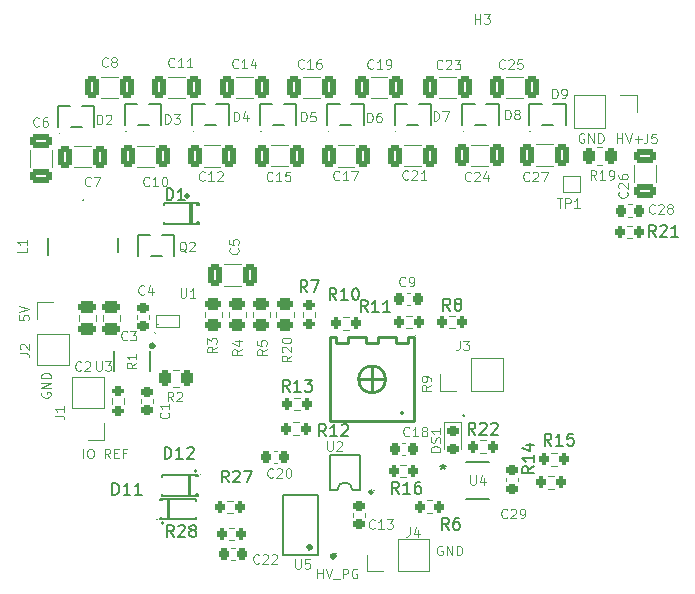
<source format=gbr>
%TF.GenerationSoftware,KiCad,Pcbnew,9.0.7-9.0.7~ubuntu22.04.1*%
%TF.CreationDate,2026-01-21T12:36:38+05:30*%
%TF.ProjectId,HV_POWER_SUPPLY_NEWSHAPE,48565f50-4f57-4455-925f-535550504c59,V1.0*%
%TF.SameCoordinates,Original*%
%TF.FileFunction,Legend,Top*%
%TF.FilePolarity,Positive*%
%FSLAX46Y46*%
G04 Gerber Fmt 4.6, Leading zero omitted, Abs format (unit mm)*
G04 Created by KiCad (PCBNEW 9.0.7-9.0.7~ubuntu22.04.1) date 2026-01-21 12:36:38*
%MOMM*%
%LPD*%
G01*
G04 APERTURE LIST*
G04 Aperture macros list*
%AMRoundRect*
0 Rectangle with rounded corners*
0 $1 Rounding radius*
0 $2 $3 $4 $5 $6 $7 $8 $9 X,Y pos of 4 corners*
0 Add a 4 corners polygon primitive as box body*
4,1,4,$2,$3,$4,$5,$6,$7,$8,$9,$2,$3,0*
0 Add four circle primitives for the rounded corners*
1,1,$1+$1,$2,$3*
1,1,$1+$1,$4,$5*
1,1,$1+$1,$6,$7*
1,1,$1+$1,$8,$9*
0 Add four rect primitives between the rounded corners*
20,1,$1+$1,$2,$3,$4,$5,0*
20,1,$1+$1,$4,$5,$6,$7,0*
20,1,$1+$1,$6,$7,$8,$9,0*
20,1,$1+$1,$8,$9,$2,$3,0*%
G04 Aperture macros list end*
%ADD10C,0.150000*%
%ADD11C,0.161803*%
%ADD12C,0.262132*%
%ADD13C,0.120000*%
%ADD14C,0.152400*%
%ADD15C,0.059995*%
%ADD16C,0.300000*%
%ADD17C,0.200000*%
%ADD18C,0.100000*%
%ADD19C,0.152000*%
%ADD20C,0.150013*%
%ADD21C,0.240005*%
%ADD22C,0.254001*%
%ADD23R,0.600000X1.070003*%
%ADD24RoundRect,0.225000X-0.250000X0.225000X-0.250000X-0.225000X0.250000X-0.225000X0.250000X0.225000X0*%
%ADD25R,1.700000X1.700000*%
%ADD26C,1.700000*%
%ADD27RoundRect,0.200000X0.200000X0.275000X-0.200000X0.275000X-0.200000X-0.275000X0.200000X-0.275000X0*%
%ADD28RoundRect,0.250000X-0.262500X-0.450000X0.262500X-0.450000X0.262500X0.450000X-0.262500X0.450000X0*%
%ADD29RoundRect,0.250000X-0.325000X-0.650000X0.325000X-0.650000X0.325000X0.650000X-0.325000X0.650000X0*%
%ADD30O,2.045009X0.588011*%
%ADD31RoundRect,0.225000X0.225000X0.250000X-0.225000X0.250000X-0.225000X-0.250000X0.225000X-0.250000X0*%
%ADD32RoundRect,0.250000X-0.475000X0.250000X-0.475000X-0.250000X0.475000X-0.250000X0.475000X0.250000X0*%
%ADD33RoundRect,0.200000X-0.200000X-0.275000X0.200000X-0.275000X0.200000X0.275000X-0.200000X0.275000X0*%
%ADD34R,6.600000X2.300000*%
%ADD35R,0.950013X1.150013*%
%ADD36RoundRect,0.250000X-0.450000X0.262500X-0.450000X-0.262500X0.450000X-0.262500X0.450000X0.262500X0*%
%ADD37RoundRect,0.200000X-0.275000X0.200000X-0.275000X-0.200000X0.275000X-0.200000X0.275000X0.200000X0*%
%ADD38RoundRect,0.225000X-0.225000X-0.250000X0.225000X-0.250000X0.225000X0.250000X-0.225000X0.250000X0*%
%ADD39R,1.397003X0.405994*%
%ADD40RoundRect,0.218750X-0.256250X0.218750X-0.256250X-0.218750X0.256250X-0.218750X0.256250X0.218750X0*%
%ADD41RoundRect,0.250000X0.450000X-0.262500X0.450000X0.262500X-0.450000X0.262500X-0.450000X-0.262500X0*%
%ADD42C,3.200000*%
%ADD43R,0.876300X0.508000*%
%ADD44R,0.350013X0.850013*%
%ADD45C,1.524003*%
%ADD46RoundRect,0.225000X0.250000X-0.225000X0.250000X0.225000X-0.250000X0.225000X-0.250000X-0.225000X0*%
%ADD47RoundRect,0.250000X-0.650000X0.325000X-0.650000X-0.325000X0.650000X-0.325000X0.650000X0.325000X0*%
%ADD48R,1.000000X1.000000*%
%ADD49RoundRect,0.250000X0.650000X-0.325000X0.650000X0.325000X-0.650000X0.325000X-0.650000X-0.325000X0*%
%ADD50R,0.532004X0.800000*%
G04 APERTURE END LIST*
D10*
X163691207Y-120300000D02*
G75*
G02*
X163541207Y-120300000I-75000J0D01*
G01*
X163541207Y-120300000D02*
G75*
G02*
X163691207Y-120300000I75000J0D01*
G01*
D11*
X160880901Y-124700000D02*
G75*
G02*
X160719099Y-124700000I-80901J0D01*
G01*
X160719099Y-124700000D02*
G75*
G02*
X160880901Y-124700000I80901J0D01*
G01*
D12*
X163031066Y-97000000D02*
G75*
G02*
X162768934Y-97000000I-131066J0D01*
G01*
X162768934Y-97000000D02*
G75*
G02*
X163031066Y-97000000I131066J0D01*
G01*
D10*
X186395000Y-115610000D02*
G75*
G02*
X186245000Y-115610000I-75000J0D01*
G01*
X186245000Y-115610000D02*
G75*
G02*
X186395000Y-115610000I75000J0D01*
G01*
D13*
X150583950Y-113636529D02*
X150545855Y-113712719D01*
X150545855Y-113712719D02*
X150545855Y-113827005D01*
X150545855Y-113827005D02*
X150583950Y-113941291D01*
X150583950Y-113941291D02*
X150660140Y-114017481D01*
X150660140Y-114017481D02*
X150736331Y-114055576D01*
X150736331Y-114055576D02*
X150888712Y-114093672D01*
X150888712Y-114093672D02*
X151002998Y-114093672D01*
X151002998Y-114093672D02*
X151155379Y-114055576D01*
X151155379Y-114055576D02*
X151231569Y-114017481D01*
X151231569Y-114017481D02*
X151307760Y-113941291D01*
X151307760Y-113941291D02*
X151345855Y-113827005D01*
X151345855Y-113827005D02*
X151345855Y-113750814D01*
X151345855Y-113750814D02*
X151307760Y-113636529D01*
X151307760Y-113636529D02*
X151269664Y-113598433D01*
X151269664Y-113598433D02*
X151002998Y-113598433D01*
X151002998Y-113598433D02*
X151002998Y-113750814D01*
X151345855Y-113255576D02*
X150545855Y-113255576D01*
X150545855Y-113255576D02*
X151345855Y-112798433D01*
X151345855Y-112798433D02*
X150545855Y-112798433D01*
X151345855Y-112417481D02*
X150545855Y-112417481D01*
X150545855Y-112417481D02*
X150545855Y-112227005D01*
X150545855Y-112227005D02*
X150583950Y-112112719D01*
X150583950Y-112112719D02*
X150660140Y-112036529D01*
X150660140Y-112036529D02*
X150736331Y-111998434D01*
X150736331Y-111998434D02*
X150888712Y-111960338D01*
X150888712Y-111960338D02*
X151002998Y-111960338D01*
X151002998Y-111960338D02*
X151155379Y-111998434D01*
X151155379Y-111998434D02*
X151231569Y-112036529D01*
X151231569Y-112036529D02*
X151307760Y-112112719D01*
X151307760Y-112112719D02*
X151345855Y-112227005D01*
X151345855Y-112227005D02*
X151345855Y-112417481D01*
X173923810Y-129363855D02*
X173923810Y-128563855D01*
X173923810Y-128944807D02*
X174380953Y-128944807D01*
X174380953Y-129363855D02*
X174380953Y-128563855D01*
X174647619Y-128563855D02*
X174914286Y-129363855D01*
X174914286Y-129363855D02*
X175180952Y-128563855D01*
X175257143Y-129440045D02*
X175866666Y-129440045D01*
X176057143Y-129363855D02*
X176057143Y-128563855D01*
X176057143Y-128563855D02*
X176361905Y-128563855D01*
X176361905Y-128563855D02*
X176438095Y-128601950D01*
X176438095Y-128601950D02*
X176476190Y-128640045D01*
X176476190Y-128640045D02*
X176514286Y-128716236D01*
X176514286Y-128716236D02*
X176514286Y-128830521D01*
X176514286Y-128830521D02*
X176476190Y-128906712D01*
X176476190Y-128906712D02*
X176438095Y-128944807D01*
X176438095Y-128944807D02*
X176361905Y-128982902D01*
X176361905Y-128982902D02*
X176057143Y-128982902D01*
X177276190Y-128601950D02*
X177200000Y-128563855D01*
X177200000Y-128563855D02*
X177085714Y-128563855D01*
X177085714Y-128563855D02*
X176971428Y-128601950D01*
X176971428Y-128601950D02*
X176895238Y-128678140D01*
X176895238Y-128678140D02*
X176857143Y-128754331D01*
X176857143Y-128754331D02*
X176819047Y-128906712D01*
X176819047Y-128906712D02*
X176819047Y-129020998D01*
X176819047Y-129020998D02*
X176857143Y-129173379D01*
X176857143Y-129173379D02*
X176895238Y-129249569D01*
X176895238Y-129249569D02*
X176971428Y-129325760D01*
X176971428Y-129325760D02*
X177085714Y-129363855D01*
X177085714Y-129363855D02*
X177161905Y-129363855D01*
X177161905Y-129363855D02*
X177276190Y-129325760D01*
X177276190Y-129325760D02*
X177314286Y-129287664D01*
X177314286Y-129287664D02*
X177314286Y-129020998D01*
X177314286Y-129020998D02*
X177161905Y-129020998D01*
X199269423Y-92495855D02*
X199269423Y-91695855D01*
X199269423Y-92076807D02*
X199726566Y-92076807D01*
X199726566Y-92495855D02*
X199726566Y-91695855D01*
X199993232Y-91695855D02*
X200259899Y-92495855D01*
X200259899Y-92495855D02*
X200526565Y-91695855D01*
X200793232Y-92191093D02*
X201402756Y-92191093D01*
X201097994Y-92495855D02*
X201097994Y-91886331D01*
X154094423Y-119220855D02*
X154094423Y-118420855D01*
X154627756Y-118420855D02*
X154780137Y-118420855D01*
X154780137Y-118420855D02*
X154856327Y-118458950D01*
X154856327Y-118458950D02*
X154932518Y-118535140D01*
X154932518Y-118535140D02*
X154970613Y-118687521D01*
X154970613Y-118687521D02*
X154970613Y-118954188D01*
X154970613Y-118954188D02*
X154932518Y-119106569D01*
X154932518Y-119106569D02*
X154856327Y-119182760D01*
X154856327Y-119182760D02*
X154780137Y-119220855D01*
X154780137Y-119220855D02*
X154627756Y-119220855D01*
X154627756Y-119220855D02*
X154551565Y-119182760D01*
X154551565Y-119182760D02*
X154475375Y-119106569D01*
X154475375Y-119106569D02*
X154437279Y-118954188D01*
X154437279Y-118954188D02*
X154437279Y-118687521D01*
X154437279Y-118687521D02*
X154475375Y-118535140D01*
X154475375Y-118535140D02*
X154551565Y-118458950D01*
X154551565Y-118458950D02*
X154627756Y-118420855D01*
X156380137Y-119220855D02*
X156113470Y-118839902D01*
X155922994Y-119220855D02*
X155922994Y-118420855D01*
X155922994Y-118420855D02*
X156227756Y-118420855D01*
X156227756Y-118420855D02*
X156303946Y-118458950D01*
X156303946Y-118458950D02*
X156342041Y-118497045D01*
X156342041Y-118497045D02*
X156380137Y-118573236D01*
X156380137Y-118573236D02*
X156380137Y-118687521D01*
X156380137Y-118687521D02*
X156342041Y-118763712D01*
X156342041Y-118763712D02*
X156303946Y-118801807D01*
X156303946Y-118801807D02*
X156227756Y-118839902D01*
X156227756Y-118839902D02*
X155922994Y-118839902D01*
X156722994Y-118801807D02*
X156989660Y-118801807D01*
X157103946Y-119220855D02*
X156722994Y-119220855D01*
X156722994Y-119220855D02*
X156722994Y-118420855D01*
X156722994Y-118420855D02*
X157103946Y-118420855D01*
X157713470Y-118801807D02*
X157446804Y-118801807D01*
X157446804Y-119220855D02*
X157446804Y-118420855D01*
X157446804Y-118420855D02*
X157827756Y-118420855D01*
X184488470Y-126633950D02*
X184412280Y-126595855D01*
X184412280Y-126595855D02*
X184297994Y-126595855D01*
X184297994Y-126595855D02*
X184183708Y-126633950D01*
X184183708Y-126633950D02*
X184107518Y-126710140D01*
X184107518Y-126710140D02*
X184069423Y-126786331D01*
X184069423Y-126786331D02*
X184031327Y-126938712D01*
X184031327Y-126938712D02*
X184031327Y-127052998D01*
X184031327Y-127052998D02*
X184069423Y-127205379D01*
X184069423Y-127205379D02*
X184107518Y-127281569D01*
X184107518Y-127281569D02*
X184183708Y-127357760D01*
X184183708Y-127357760D02*
X184297994Y-127395855D01*
X184297994Y-127395855D02*
X184374185Y-127395855D01*
X184374185Y-127395855D02*
X184488470Y-127357760D01*
X184488470Y-127357760D02*
X184526566Y-127319664D01*
X184526566Y-127319664D02*
X184526566Y-127052998D01*
X184526566Y-127052998D02*
X184374185Y-127052998D01*
X184869423Y-127395855D02*
X184869423Y-126595855D01*
X184869423Y-126595855D02*
X185326566Y-127395855D01*
X185326566Y-127395855D02*
X185326566Y-126595855D01*
X185707518Y-127395855D02*
X185707518Y-126595855D01*
X185707518Y-126595855D02*
X185897994Y-126595855D01*
X185897994Y-126595855D02*
X186012280Y-126633950D01*
X186012280Y-126633950D02*
X186088470Y-126710140D01*
X186088470Y-126710140D02*
X186126565Y-126786331D01*
X186126565Y-126786331D02*
X186164661Y-126938712D01*
X186164661Y-126938712D02*
X186164661Y-127052998D01*
X186164661Y-127052998D02*
X186126565Y-127205379D01*
X186126565Y-127205379D02*
X186088470Y-127281569D01*
X186088470Y-127281569D02*
X186012280Y-127357760D01*
X186012280Y-127357760D02*
X185897994Y-127395855D01*
X185897994Y-127395855D02*
X185707518Y-127395855D01*
X148695855Y-107099624D02*
X148695855Y-107480576D01*
X148695855Y-107480576D02*
X149076807Y-107518672D01*
X149076807Y-107518672D02*
X149038712Y-107480576D01*
X149038712Y-107480576D02*
X149000617Y-107404386D01*
X149000617Y-107404386D02*
X149000617Y-107213910D01*
X149000617Y-107213910D02*
X149038712Y-107137719D01*
X149038712Y-107137719D02*
X149076807Y-107099624D01*
X149076807Y-107099624D02*
X149152998Y-107061529D01*
X149152998Y-107061529D02*
X149343474Y-107061529D01*
X149343474Y-107061529D02*
X149419664Y-107099624D01*
X149419664Y-107099624D02*
X149457760Y-107137719D01*
X149457760Y-107137719D02*
X149495855Y-107213910D01*
X149495855Y-107213910D02*
X149495855Y-107404386D01*
X149495855Y-107404386D02*
X149457760Y-107480576D01*
X149457760Y-107480576D02*
X149419664Y-107518672D01*
X148695855Y-106832957D02*
X149495855Y-106566290D01*
X149495855Y-106566290D02*
X148695855Y-106299624D01*
X196488470Y-91733950D02*
X196412280Y-91695855D01*
X196412280Y-91695855D02*
X196297994Y-91695855D01*
X196297994Y-91695855D02*
X196183708Y-91733950D01*
X196183708Y-91733950D02*
X196107518Y-91810140D01*
X196107518Y-91810140D02*
X196069423Y-91886331D01*
X196069423Y-91886331D02*
X196031327Y-92038712D01*
X196031327Y-92038712D02*
X196031327Y-92152998D01*
X196031327Y-92152998D02*
X196069423Y-92305379D01*
X196069423Y-92305379D02*
X196107518Y-92381569D01*
X196107518Y-92381569D02*
X196183708Y-92457760D01*
X196183708Y-92457760D02*
X196297994Y-92495855D01*
X196297994Y-92495855D02*
X196374185Y-92495855D01*
X196374185Y-92495855D02*
X196488470Y-92457760D01*
X196488470Y-92457760D02*
X196526566Y-92419664D01*
X196526566Y-92419664D02*
X196526566Y-92152998D01*
X196526566Y-92152998D02*
X196374185Y-92152998D01*
X196869423Y-92495855D02*
X196869423Y-91695855D01*
X196869423Y-91695855D02*
X197326566Y-92495855D01*
X197326566Y-92495855D02*
X197326566Y-91695855D01*
X197707518Y-92495855D02*
X197707518Y-91695855D01*
X197707518Y-91695855D02*
X197897994Y-91695855D01*
X197897994Y-91695855D02*
X198012280Y-91733950D01*
X198012280Y-91733950D02*
X198088470Y-91810140D01*
X198088470Y-91810140D02*
X198126565Y-91886331D01*
X198126565Y-91886331D02*
X198164661Y-92038712D01*
X198164661Y-92038712D02*
X198164661Y-92152998D01*
X198164661Y-92152998D02*
X198126565Y-92305379D01*
X198126565Y-92305379D02*
X198088470Y-92381569D01*
X198088470Y-92381569D02*
X198012280Y-92457760D01*
X198012280Y-92457760D02*
X197897994Y-92495855D01*
X197897994Y-92495855D02*
X197707518Y-92495855D01*
X155259524Y-90913855D02*
X155259524Y-90113855D01*
X155259524Y-90113855D02*
X155450000Y-90113855D01*
X155450000Y-90113855D02*
X155564286Y-90151950D01*
X155564286Y-90151950D02*
X155640476Y-90228140D01*
X155640476Y-90228140D02*
X155678571Y-90304331D01*
X155678571Y-90304331D02*
X155716667Y-90456712D01*
X155716667Y-90456712D02*
X155716667Y-90570998D01*
X155716667Y-90570998D02*
X155678571Y-90723379D01*
X155678571Y-90723379D02*
X155640476Y-90799569D01*
X155640476Y-90799569D02*
X155564286Y-90875760D01*
X155564286Y-90875760D02*
X155450000Y-90913855D01*
X155450000Y-90913855D02*
X155259524Y-90913855D01*
X156021428Y-90190045D02*
X156059524Y-90151950D01*
X156059524Y-90151950D02*
X156135714Y-90113855D01*
X156135714Y-90113855D02*
X156326190Y-90113855D01*
X156326190Y-90113855D02*
X156402381Y-90151950D01*
X156402381Y-90151950D02*
X156440476Y-90190045D01*
X156440476Y-90190045D02*
X156478571Y-90266236D01*
X156478571Y-90266236D02*
X156478571Y-90342426D01*
X156478571Y-90342426D02*
X156440476Y-90456712D01*
X156440476Y-90456712D02*
X155983333Y-90913855D01*
X155983333Y-90913855D02*
X156478571Y-90913855D01*
X161287664Y-115333332D02*
X161325760Y-115371428D01*
X161325760Y-115371428D02*
X161363855Y-115485713D01*
X161363855Y-115485713D02*
X161363855Y-115561904D01*
X161363855Y-115561904D02*
X161325760Y-115676190D01*
X161325760Y-115676190D02*
X161249569Y-115752380D01*
X161249569Y-115752380D02*
X161173379Y-115790475D01*
X161173379Y-115790475D02*
X161020998Y-115828571D01*
X161020998Y-115828571D02*
X160906712Y-115828571D01*
X160906712Y-115828571D02*
X160754331Y-115790475D01*
X160754331Y-115790475D02*
X160678140Y-115752380D01*
X160678140Y-115752380D02*
X160601950Y-115676190D01*
X160601950Y-115676190D02*
X160563855Y-115561904D01*
X160563855Y-115561904D02*
X160563855Y-115485713D01*
X160563855Y-115485713D02*
X160601950Y-115371428D01*
X160601950Y-115371428D02*
X160640045Y-115333332D01*
X161363855Y-114571428D02*
X161363855Y-115028571D01*
X161363855Y-114799999D02*
X160563855Y-114799999D01*
X160563855Y-114799999D02*
X160678140Y-114876190D01*
X160678140Y-114876190D02*
X160754331Y-114952380D01*
X160754331Y-114952380D02*
X160792426Y-115028571D01*
X151663855Y-115616666D02*
X152235283Y-115616666D01*
X152235283Y-115616666D02*
X152349569Y-115654761D01*
X152349569Y-115654761D02*
X152425760Y-115730952D01*
X152425760Y-115730952D02*
X152463855Y-115845237D01*
X152463855Y-115845237D02*
X152463855Y-115921428D01*
X152463855Y-114816666D02*
X152463855Y-115273809D01*
X152463855Y-115045237D02*
X151663855Y-115045237D01*
X151663855Y-115045237D02*
X151778140Y-115121428D01*
X151778140Y-115121428D02*
X151854331Y-115197618D01*
X151854331Y-115197618D02*
X151892426Y-115273809D01*
X183769524Y-90628368D02*
X183769524Y-89828368D01*
X183769524Y-89828368D02*
X183960000Y-89828368D01*
X183960000Y-89828368D02*
X184074286Y-89866463D01*
X184074286Y-89866463D02*
X184150476Y-89942653D01*
X184150476Y-89942653D02*
X184188571Y-90018844D01*
X184188571Y-90018844D02*
X184226667Y-90171225D01*
X184226667Y-90171225D02*
X184226667Y-90285511D01*
X184226667Y-90285511D02*
X184188571Y-90437892D01*
X184188571Y-90437892D02*
X184150476Y-90514082D01*
X184150476Y-90514082D02*
X184074286Y-90590273D01*
X184074286Y-90590273D02*
X183960000Y-90628368D01*
X183960000Y-90628368D02*
X183769524Y-90628368D01*
X184493333Y-89828368D02*
X185026667Y-89828368D01*
X185026667Y-89828368D02*
X184683809Y-90628368D01*
X161029524Y-90883291D02*
X161029524Y-90083291D01*
X161029524Y-90083291D02*
X161220000Y-90083291D01*
X161220000Y-90083291D02*
X161334286Y-90121386D01*
X161334286Y-90121386D02*
X161410476Y-90197576D01*
X161410476Y-90197576D02*
X161448571Y-90273767D01*
X161448571Y-90273767D02*
X161486667Y-90426148D01*
X161486667Y-90426148D02*
X161486667Y-90540434D01*
X161486667Y-90540434D02*
X161448571Y-90692815D01*
X161448571Y-90692815D02*
X161410476Y-90769005D01*
X161410476Y-90769005D02*
X161334286Y-90845196D01*
X161334286Y-90845196D02*
X161220000Y-90883291D01*
X161220000Y-90883291D02*
X161029524Y-90883291D01*
X161753333Y-90083291D02*
X162248571Y-90083291D01*
X162248571Y-90083291D02*
X161981905Y-90388053D01*
X161981905Y-90388053D02*
X162096190Y-90388053D01*
X162096190Y-90388053D02*
X162172381Y-90426148D01*
X162172381Y-90426148D02*
X162210476Y-90464243D01*
X162210476Y-90464243D02*
X162248571Y-90540434D01*
X162248571Y-90540434D02*
X162248571Y-90730910D01*
X162248571Y-90730910D02*
X162210476Y-90807100D01*
X162210476Y-90807100D02*
X162172381Y-90845196D01*
X162172381Y-90845196D02*
X162096190Y-90883291D01*
X162096190Y-90883291D02*
X161867619Y-90883291D01*
X161867619Y-90883291D02*
X161791428Y-90845196D01*
X161791428Y-90845196D02*
X161753333Y-90807100D01*
D10*
X187297142Y-117204819D02*
X186963809Y-116728628D01*
X186725714Y-117204819D02*
X186725714Y-116204819D01*
X186725714Y-116204819D02*
X187106666Y-116204819D01*
X187106666Y-116204819D02*
X187201904Y-116252438D01*
X187201904Y-116252438D02*
X187249523Y-116300057D01*
X187249523Y-116300057D02*
X187297142Y-116395295D01*
X187297142Y-116395295D02*
X187297142Y-116538152D01*
X187297142Y-116538152D02*
X187249523Y-116633390D01*
X187249523Y-116633390D02*
X187201904Y-116681009D01*
X187201904Y-116681009D02*
X187106666Y-116728628D01*
X187106666Y-116728628D02*
X186725714Y-116728628D01*
X187678095Y-116300057D02*
X187725714Y-116252438D01*
X187725714Y-116252438D02*
X187820952Y-116204819D01*
X187820952Y-116204819D02*
X188059047Y-116204819D01*
X188059047Y-116204819D02*
X188154285Y-116252438D01*
X188154285Y-116252438D02*
X188201904Y-116300057D01*
X188201904Y-116300057D02*
X188249523Y-116395295D01*
X188249523Y-116395295D02*
X188249523Y-116490533D01*
X188249523Y-116490533D02*
X188201904Y-116633390D01*
X188201904Y-116633390D02*
X187630476Y-117204819D01*
X187630476Y-117204819D02*
X188249523Y-117204819D01*
X188630476Y-116300057D02*
X188678095Y-116252438D01*
X188678095Y-116252438D02*
X188773333Y-116204819D01*
X188773333Y-116204819D02*
X189011428Y-116204819D01*
X189011428Y-116204819D02*
X189106666Y-116252438D01*
X189106666Y-116252438D02*
X189154285Y-116300057D01*
X189154285Y-116300057D02*
X189201904Y-116395295D01*
X189201904Y-116395295D02*
X189201904Y-116490533D01*
X189201904Y-116490533D02*
X189154285Y-116633390D01*
X189154285Y-116633390D02*
X188582857Y-117204819D01*
X188582857Y-117204819D02*
X189201904Y-117204819D01*
X166407142Y-121254819D02*
X166073809Y-120778628D01*
X165835714Y-121254819D02*
X165835714Y-120254819D01*
X165835714Y-120254819D02*
X166216666Y-120254819D01*
X166216666Y-120254819D02*
X166311904Y-120302438D01*
X166311904Y-120302438D02*
X166359523Y-120350057D01*
X166359523Y-120350057D02*
X166407142Y-120445295D01*
X166407142Y-120445295D02*
X166407142Y-120588152D01*
X166407142Y-120588152D02*
X166359523Y-120683390D01*
X166359523Y-120683390D02*
X166311904Y-120731009D01*
X166311904Y-120731009D02*
X166216666Y-120778628D01*
X166216666Y-120778628D02*
X165835714Y-120778628D01*
X166788095Y-120350057D02*
X166835714Y-120302438D01*
X166835714Y-120302438D02*
X166930952Y-120254819D01*
X166930952Y-120254819D02*
X167169047Y-120254819D01*
X167169047Y-120254819D02*
X167264285Y-120302438D01*
X167264285Y-120302438D02*
X167311904Y-120350057D01*
X167311904Y-120350057D02*
X167359523Y-120445295D01*
X167359523Y-120445295D02*
X167359523Y-120540533D01*
X167359523Y-120540533D02*
X167311904Y-120683390D01*
X167311904Y-120683390D02*
X166740476Y-121254819D01*
X166740476Y-121254819D02*
X167359523Y-121254819D01*
X167692857Y-120254819D02*
X168359523Y-120254819D01*
X168359523Y-120254819D02*
X167930952Y-121254819D01*
D13*
X161716667Y-114363855D02*
X161450000Y-113982902D01*
X161259524Y-114363855D02*
X161259524Y-113563855D01*
X161259524Y-113563855D02*
X161564286Y-113563855D01*
X161564286Y-113563855D02*
X161640476Y-113601950D01*
X161640476Y-113601950D02*
X161678571Y-113640045D01*
X161678571Y-113640045D02*
X161716667Y-113716236D01*
X161716667Y-113716236D02*
X161716667Y-113830521D01*
X161716667Y-113830521D02*
X161678571Y-113906712D01*
X161678571Y-113906712D02*
X161640476Y-113944807D01*
X161640476Y-113944807D02*
X161564286Y-113982902D01*
X161564286Y-113982902D02*
X161259524Y-113982902D01*
X162021428Y-113640045D02*
X162059524Y-113601950D01*
X162059524Y-113601950D02*
X162135714Y-113563855D01*
X162135714Y-113563855D02*
X162326190Y-113563855D01*
X162326190Y-113563855D02*
X162402381Y-113601950D01*
X162402381Y-113601950D02*
X162440476Y-113640045D01*
X162440476Y-113640045D02*
X162478571Y-113716236D01*
X162478571Y-113716236D02*
X162478571Y-113792426D01*
X162478571Y-113792426D02*
X162440476Y-113906712D01*
X162440476Y-113906712D02*
X161983333Y-114363855D01*
X161983333Y-114363855D02*
X162478571Y-114363855D01*
X156156667Y-85997664D02*
X156118571Y-86035760D01*
X156118571Y-86035760D02*
X156004286Y-86073855D01*
X156004286Y-86073855D02*
X155928095Y-86073855D01*
X155928095Y-86073855D02*
X155813809Y-86035760D01*
X155813809Y-86035760D02*
X155737619Y-85959569D01*
X155737619Y-85959569D02*
X155699524Y-85883379D01*
X155699524Y-85883379D02*
X155661428Y-85730998D01*
X155661428Y-85730998D02*
X155661428Y-85616712D01*
X155661428Y-85616712D02*
X155699524Y-85464331D01*
X155699524Y-85464331D02*
X155737619Y-85388140D01*
X155737619Y-85388140D02*
X155813809Y-85311950D01*
X155813809Y-85311950D02*
X155928095Y-85273855D01*
X155928095Y-85273855D02*
X156004286Y-85273855D01*
X156004286Y-85273855D02*
X156118571Y-85311950D01*
X156118571Y-85311950D02*
X156156667Y-85350045D01*
X156613809Y-85616712D02*
X156537619Y-85578617D01*
X156537619Y-85578617D02*
X156499524Y-85540521D01*
X156499524Y-85540521D02*
X156461428Y-85464331D01*
X156461428Y-85464331D02*
X156461428Y-85426236D01*
X156461428Y-85426236D02*
X156499524Y-85350045D01*
X156499524Y-85350045D02*
X156537619Y-85311950D01*
X156537619Y-85311950D02*
X156613809Y-85273855D01*
X156613809Y-85273855D02*
X156766190Y-85273855D01*
X156766190Y-85273855D02*
X156842381Y-85311950D01*
X156842381Y-85311950D02*
X156880476Y-85350045D01*
X156880476Y-85350045D02*
X156918571Y-85426236D01*
X156918571Y-85426236D02*
X156918571Y-85464331D01*
X156918571Y-85464331D02*
X156880476Y-85540521D01*
X156880476Y-85540521D02*
X156842381Y-85578617D01*
X156842381Y-85578617D02*
X156766190Y-85616712D01*
X156766190Y-85616712D02*
X156613809Y-85616712D01*
X156613809Y-85616712D02*
X156537619Y-85654807D01*
X156537619Y-85654807D02*
X156499524Y-85692902D01*
X156499524Y-85692902D02*
X156461428Y-85769093D01*
X156461428Y-85769093D02*
X156461428Y-85921474D01*
X156461428Y-85921474D02*
X156499524Y-85997664D01*
X156499524Y-85997664D02*
X156537619Y-86035760D01*
X156537619Y-86035760D02*
X156613809Y-86073855D01*
X156613809Y-86073855D02*
X156766190Y-86073855D01*
X156766190Y-86073855D02*
X156842381Y-86035760D01*
X156842381Y-86035760D02*
X156880476Y-85997664D01*
X156880476Y-85997664D02*
X156918571Y-85921474D01*
X156918571Y-85921474D02*
X156918571Y-85769093D01*
X156918571Y-85769093D02*
X156880476Y-85692902D01*
X156880476Y-85692902D02*
X156842381Y-85654807D01*
X156842381Y-85654807D02*
X156766190Y-85616712D01*
X172034276Y-127757655D02*
X172034276Y-128405274D01*
X172034276Y-128405274D02*
X172072371Y-128481464D01*
X172072371Y-128481464D02*
X172110466Y-128519560D01*
X172110466Y-128519560D02*
X172186657Y-128557655D01*
X172186657Y-128557655D02*
X172339038Y-128557655D01*
X172339038Y-128557655D02*
X172415228Y-128519560D01*
X172415228Y-128519560D02*
X172453323Y-128481464D01*
X172453323Y-128481464D02*
X172491419Y-128405274D01*
X172491419Y-128405274D02*
X172491419Y-127757655D01*
X173253323Y-127757655D02*
X172872371Y-127757655D01*
X172872371Y-127757655D02*
X172834275Y-128138607D01*
X172834275Y-128138607D02*
X172872371Y-128100512D01*
X172872371Y-128100512D02*
X172948561Y-128062417D01*
X172948561Y-128062417D02*
X173139037Y-128062417D01*
X173139037Y-128062417D02*
X173215228Y-128100512D01*
X173215228Y-128100512D02*
X173253323Y-128138607D01*
X173253323Y-128138607D02*
X173291418Y-128214798D01*
X173291418Y-128214798D02*
X173291418Y-128405274D01*
X173291418Y-128405274D02*
X173253323Y-128481464D01*
X173253323Y-128481464D02*
X173215228Y-128519560D01*
X173215228Y-128519560D02*
X173139037Y-128557655D01*
X173139037Y-128557655D02*
X172948561Y-128557655D01*
X172948561Y-128557655D02*
X172872371Y-128519560D01*
X172872371Y-128519560D02*
X172834275Y-128481464D01*
X181685714Y-117280064D02*
X181647618Y-117318160D01*
X181647618Y-117318160D02*
X181533333Y-117356255D01*
X181533333Y-117356255D02*
X181457142Y-117356255D01*
X181457142Y-117356255D02*
X181342856Y-117318160D01*
X181342856Y-117318160D02*
X181266666Y-117241969D01*
X181266666Y-117241969D02*
X181228571Y-117165779D01*
X181228571Y-117165779D02*
X181190475Y-117013398D01*
X181190475Y-117013398D02*
X181190475Y-116899112D01*
X181190475Y-116899112D02*
X181228571Y-116746731D01*
X181228571Y-116746731D02*
X181266666Y-116670540D01*
X181266666Y-116670540D02*
X181342856Y-116594350D01*
X181342856Y-116594350D02*
X181457142Y-116556255D01*
X181457142Y-116556255D02*
X181533333Y-116556255D01*
X181533333Y-116556255D02*
X181647618Y-116594350D01*
X181647618Y-116594350D02*
X181685714Y-116632445D01*
X182447618Y-117356255D02*
X181990475Y-117356255D01*
X182219047Y-117356255D02*
X182219047Y-116556255D01*
X182219047Y-116556255D02*
X182142856Y-116670540D01*
X182142856Y-116670540D02*
X182066666Y-116746731D01*
X182066666Y-116746731D02*
X181990475Y-116784826D01*
X182904761Y-116899112D02*
X182828571Y-116861017D01*
X182828571Y-116861017D02*
X182790476Y-116822921D01*
X182790476Y-116822921D02*
X182752380Y-116746731D01*
X182752380Y-116746731D02*
X182752380Y-116708636D01*
X182752380Y-116708636D02*
X182790476Y-116632445D01*
X182790476Y-116632445D02*
X182828571Y-116594350D01*
X182828571Y-116594350D02*
X182904761Y-116556255D01*
X182904761Y-116556255D02*
X183057142Y-116556255D01*
X183057142Y-116556255D02*
X183133333Y-116594350D01*
X183133333Y-116594350D02*
X183171428Y-116632445D01*
X183171428Y-116632445D02*
X183209523Y-116708636D01*
X183209523Y-116708636D02*
X183209523Y-116746731D01*
X183209523Y-116746731D02*
X183171428Y-116822921D01*
X183171428Y-116822921D02*
X183133333Y-116861017D01*
X183133333Y-116861017D02*
X183057142Y-116899112D01*
X183057142Y-116899112D02*
X182904761Y-116899112D01*
X182904761Y-116899112D02*
X182828571Y-116937207D01*
X182828571Y-116937207D02*
X182790476Y-116975302D01*
X182790476Y-116975302D02*
X182752380Y-117051493D01*
X182752380Y-117051493D02*
X182752380Y-117203874D01*
X182752380Y-117203874D02*
X182790476Y-117280064D01*
X182790476Y-117280064D02*
X182828571Y-117318160D01*
X182828571Y-117318160D02*
X182904761Y-117356255D01*
X182904761Y-117356255D02*
X183057142Y-117356255D01*
X183057142Y-117356255D02*
X183133333Y-117318160D01*
X183133333Y-117318160D02*
X183171428Y-117280064D01*
X183171428Y-117280064D02*
X183209523Y-117203874D01*
X183209523Y-117203874D02*
X183209523Y-117051493D01*
X183209523Y-117051493D02*
X183171428Y-116975302D01*
X183171428Y-116975302D02*
X183133333Y-116937207D01*
X183133333Y-116937207D02*
X183057142Y-116899112D01*
X153906667Y-111737664D02*
X153868571Y-111775760D01*
X153868571Y-111775760D02*
X153754286Y-111813855D01*
X153754286Y-111813855D02*
X153678095Y-111813855D01*
X153678095Y-111813855D02*
X153563809Y-111775760D01*
X153563809Y-111775760D02*
X153487619Y-111699569D01*
X153487619Y-111699569D02*
X153449524Y-111623379D01*
X153449524Y-111623379D02*
X153411428Y-111470998D01*
X153411428Y-111470998D02*
X153411428Y-111356712D01*
X153411428Y-111356712D02*
X153449524Y-111204331D01*
X153449524Y-111204331D02*
X153487619Y-111128140D01*
X153487619Y-111128140D02*
X153563809Y-111051950D01*
X153563809Y-111051950D02*
X153678095Y-111013855D01*
X153678095Y-111013855D02*
X153754286Y-111013855D01*
X153754286Y-111013855D02*
X153868571Y-111051950D01*
X153868571Y-111051950D02*
X153906667Y-111090045D01*
X154211428Y-111090045D02*
X154249524Y-111051950D01*
X154249524Y-111051950D02*
X154325714Y-111013855D01*
X154325714Y-111013855D02*
X154516190Y-111013855D01*
X154516190Y-111013855D02*
X154592381Y-111051950D01*
X154592381Y-111051950D02*
X154630476Y-111090045D01*
X154630476Y-111090045D02*
X154668571Y-111166236D01*
X154668571Y-111166236D02*
X154668571Y-111242426D01*
X154668571Y-111242426D02*
X154630476Y-111356712D01*
X154630476Y-111356712D02*
X154173333Y-111813855D01*
X154173333Y-111813855D02*
X154668571Y-111813855D01*
X178655714Y-86167664D02*
X178617618Y-86205760D01*
X178617618Y-86205760D02*
X178503333Y-86243855D01*
X178503333Y-86243855D02*
X178427142Y-86243855D01*
X178427142Y-86243855D02*
X178312856Y-86205760D01*
X178312856Y-86205760D02*
X178236666Y-86129569D01*
X178236666Y-86129569D02*
X178198571Y-86053379D01*
X178198571Y-86053379D02*
X178160475Y-85900998D01*
X178160475Y-85900998D02*
X178160475Y-85786712D01*
X178160475Y-85786712D02*
X178198571Y-85634331D01*
X178198571Y-85634331D02*
X178236666Y-85558140D01*
X178236666Y-85558140D02*
X178312856Y-85481950D01*
X178312856Y-85481950D02*
X178427142Y-85443855D01*
X178427142Y-85443855D02*
X178503333Y-85443855D01*
X178503333Y-85443855D02*
X178617618Y-85481950D01*
X178617618Y-85481950D02*
X178655714Y-85520045D01*
X179417618Y-86243855D02*
X178960475Y-86243855D01*
X179189047Y-86243855D02*
X179189047Y-85443855D01*
X179189047Y-85443855D02*
X179112856Y-85558140D01*
X179112856Y-85558140D02*
X179036666Y-85634331D01*
X179036666Y-85634331D02*
X178960475Y-85672426D01*
X179798571Y-86243855D02*
X179950952Y-86243855D01*
X179950952Y-86243855D02*
X180027142Y-86205760D01*
X180027142Y-86205760D02*
X180065238Y-86167664D01*
X180065238Y-86167664D02*
X180141428Y-86053379D01*
X180141428Y-86053379D02*
X180179523Y-85900998D01*
X180179523Y-85900998D02*
X180179523Y-85596236D01*
X180179523Y-85596236D02*
X180141428Y-85520045D01*
X180141428Y-85520045D02*
X180103333Y-85481950D01*
X180103333Y-85481950D02*
X180027142Y-85443855D01*
X180027142Y-85443855D02*
X179874761Y-85443855D01*
X179874761Y-85443855D02*
X179798571Y-85481950D01*
X179798571Y-85481950D02*
X179760476Y-85520045D01*
X179760476Y-85520045D02*
X179722380Y-85596236D01*
X179722380Y-85596236D02*
X179722380Y-85786712D01*
X179722380Y-85786712D02*
X179760476Y-85862902D01*
X179760476Y-85862902D02*
X179798571Y-85900998D01*
X179798571Y-85900998D02*
X179874761Y-85939093D01*
X179874761Y-85939093D02*
X180027142Y-85939093D01*
X180027142Y-85939093D02*
X180103333Y-85900998D01*
X180103333Y-85900998D02*
X180141428Y-85862902D01*
X180141428Y-85862902D02*
X180179523Y-85786712D01*
D10*
X180827142Y-122204819D02*
X180493809Y-121728628D01*
X180255714Y-122204819D02*
X180255714Y-121204819D01*
X180255714Y-121204819D02*
X180636666Y-121204819D01*
X180636666Y-121204819D02*
X180731904Y-121252438D01*
X180731904Y-121252438D02*
X180779523Y-121300057D01*
X180779523Y-121300057D02*
X180827142Y-121395295D01*
X180827142Y-121395295D02*
X180827142Y-121538152D01*
X180827142Y-121538152D02*
X180779523Y-121633390D01*
X180779523Y-121633390D02*
X180731904Y-121681009D01*
X180731904Y-121681009D02*
X180636666Y-121728628D01*
X180636666Y-121728628D02*
X180255714Y-121728628D01*
X181779523Y-122204819D02*
X181208095Y-122204819D01*
X181493809Y-122204819D02*
X181493809Y-121204819D01*
X181493809Y-121204819D02*
X181398571Y-121347676D01*
X181398571Y-121347676D02*
X181303333Y-121442914D01*
X181303333Y-121442914D02*
X181208095Y-121490533D01*
X182636666Y-121204819D02*
X182446190Y-121204819D01*
X182446190Y-121204819D02*
X182350952Y-121252438D01*
X182350952Y-121252438D02*
X182303333Y-121300057D01*
X182303333Y-121300057D02*
X182208095Y-121442914D01*
X182208095Y-121442914D02*
X182160476Y-121633390D01*
X182160476Y-121633390D02*
X182160476Y-122014342D01*
X182160476Y-122014342D02*
X182208095Y-122109580D01*
X182208095Y-122109580D02*
X182255714Y-122157200D01*
X182255714Y-122157200D02*
X182350952Y-122204819D01*
X182350952Y-122204819D02*
X182541428Y-122204819D01*
X182541428Y-122204819D02*
X182636666Y-122157200D01*
X182636666Y-122157200D02*
X182684285Y-122109580D01*
X182684285Y-122109580D02*
X182731904Y-122014342D01*
X182731904Y-122014342D02*
X182731904Y-121776247D01*
X182731904Y-121776247D02*
X182684285Y-121681009D01*
X182684285Y-121681009D02*
X182636666Y-121633390D01*
X182636666Y-121633390D02*
X182541428Y-121585771D01*
X182541428Y-121585771D02*
X182350952Y-121585771D01*
X182350952Y-121585771D02*
X182255714Y-121633390D01*
X182255714Y-121633390D02*
X182208095Y-121681009D01*
X182208095Y-121681009D02*
X182160476Y-121776247D01*
D13*
X162823809Y-101740045D02*
X162747619Y-101701950D01*
X162747619Y-101701950D02*
X162671428Y-101625760D01*
X162671428Y-101625760D02*
X162557142Y-101511474D01*
X162557142Y-101511474D02*
X162480952Y-101473379D01*
X162480952Y-101473379D02*
X162404761Y-101473379D01*
X162442857Y-101663855D02*
X162366666Y-101625760D01*
X162366666Y-101625760D02*
X162290476Y-101549569D01*
X162290476Y-101549569D02*
X162252380Y-101397188D01*
X162252380Y-101397188D02*
X162252380Y-101130521D01*
X162252380Y-101130521D02*
X162290476Y-100978140D01*
X162290476Y-100978140D02*
X162366666Y-100901950D01*
X162366666Y-100901950D02*
X162442857Y-100863855D01*
X162442857Y-100863855D02*
X162595238Y-100863855D01*
X162595238Y-100863855D02*
X162671428Y-100901950D01*
X162671428Y-100901950D02*
X162747619Y-100978140D01*
X162747619Y-100978140D02*
X162785714Y-101130521D01*
X162785714Y-101130521D02*
X162785714Y-101397188D01*
X162785714Y-101397188D02*
X162747619Y-101549569D01*
X162747619Y-101549569D02*
X162671428Y-101625760D01*
X162671428Y-101625760D02*
X162595238Y-101663855D01*
X162595238Y-101663855D02*
X162442857Y-101663855D01*
X163090475Y-100940045D02*
X163128571Y-100901950D01*
X163128571Y-100901950D02*
X163204761Y-100863855D01*
X163204761Y-100863855D02*
X163395237Y-100863855D01*
X163395237Y-100863855D02*
X163471428Y-100901950D01*
X163471428Y-100901950D02*
X163509523Y-100940045D01*
X163509523Y-100940045D02*
X163547618Y-101016236D01*
X163547618Y-101016236D02*
X163547618Y-101092426D01*
X163547618Y-101092426D02*
X163509523Y-101206712D01*
X163509523Y-101206712D02*
X163052380Y-101663855D01*
X163052380Y-101663855D02*
X163547618Y-101663855D01*
X184505714Y-86207664D02*
X184467618Y-86245760D01*
X184467618Y-86245760D02*
X184353333Y-86283855D01*
X184353333Y-86283855D02*
X184277142Y-86283855D01*
X184277142Y-86283855D02*
X184162856Y-86245760D01*
X184162856Y-86245760D02*
X184086666Y-86169569D01*
X184086666Y-86169569D02*
X184048571Y-86093379D01*
X184048571Y-86093379D02*
X184010475Y-85940998D01*
X184010475Y-85940998D02*
X184010475Y-85826712D01*
X184010475Y-85826712D02*
X184048571Y-85674331D01*
X184048571Y-85674331D02*
X184086666Y-85598140D01*
X184086666Y-85598140D02*
X184162856Y-85521950D01*
X184162856Y-85521950D02*
X184277142Y-85483855D01*
X184277142Y-85483855D02*
X184353333Y-85483855D01*
X184353333Y-85483855D02*
X184467618Y-85521950D01*
X184467618Y-85521950D02*
X184505714Y-85560045D01*
X184810475Y-85560045D02*
X184848571Y-85521950D01*
X184848571Y-85521950D02*
X184924761Y-85483855D01*
X184924761Y-85483855D02*
X185115237Y-85483855D01*
X185115237Y-85483855D02*
X185191428Y-85521950D01*
X185191428Y-85521950D02*
X185229523Y-85560045D01*
X185229523Y-85560045D02*
X185267618Y-85636236D01*
X185267618Y-85636236D02*
X185267618Y-85712426D01*
X185267618Y-85712426D02*
X185229523Y-85826712D01*
X185229523Y-85826712D02*
X184772380Y-86283855D01*
X184772380Y-86283855D02*
X185267618Y-86283855D01*
X185534285Y-85483855D02*
X186029523Y-85483855D01*
X186029523Y-85483855D02*
X185762857Y-85788617D01*
X185762857Y-85788617D02*
X185877142Y-85788617D01*
X185877142Y-85788617D02*
X185953333Y-85826712D01*
X185953333Y-85826712D02*
X185991428Y-85864807D01*
X185991428Y-85864807D02*
X186029523Y-85940998D01*
X186029523Y-85940998D02*
X186029523Y-86131474D01*
X186029523Y-86131474D02*
X185991428Y-86207664D01*
X185991428Y-86207664D02*
X185953333Y-86245760D01*
X185953333Y-86245760D02*
X185877142Y-86283855D01*
X185877142Y-86283855D02*
X185648571Y-86283855D01*
X185648571Y-86283855D02*
X185572380Y-86245760D01*
X185572380Y-86245760D02*
X185534285Y-86207664D01*
X172559524Y-90693855D02*
X172559524Y-89893855D01*
X172559524Y-89893855D02*
X172750000Y-89893855D01*
X172750000Y-89893855D02*
X172864286Y-89931950D01*
X172864286Y-89931950D02*
X172940476Y-90008140D01*
X172940476Y-90008140D02*
X172978571Y-90084331D01*
X172978571Y-90084331D02*
X173016667Y-90236712D01*
X173016667Y-90236712D02*
X173016667Y-90350998D01*
X173016667Y-90350998D02*
X172978571Y-90503379D01*
X172978571Y-90503379D02*
X172940476Y-90579569D01*
X172940476Y-90579569D02*
X172864286Y-90655760D01*
X172864286Y-90655760D02*
X172750000Y-90693855D01*
X172750000Y-90693855D02*
X172559524Y-90693855D01*
X173740476Y-89893855D02*
X173359524Y-89893855D01*
X173359524Y-89893855D02*
X173321428Y-90274807D01*
X173321428Y-90274807D02*
X173359524Y-90236712D01*
X173359524Y-90236712D02*
X173435714Y-90198617D01*
X173435714Y-90198617D02*
X173626190Y-90198617D01*
X173626190Y-90198617D02*
X173702381Y-90236712D01*
X173702381Y-90236712D02*
X173740476Y-90274807D01*
X173740476Y-90274807D02*
X173778571Y-90350998D01*
X173778571Y-90350998D02*
X173778571Y-90541474D01*
X173778571Y-90541474D02*
X173740476Y-90617664D01*
X173740476Y-90617664D02*
X173702381Y-90655760D01*
X173702381Y-90655760D02*
X173626190Y-90693855D01*
X173626190Y-90693855D02*
X173435714Y-90693855D01*
X173435714Y-90693855D02*
X173359524Y-90655760D01*
X173359524Y-90655760D02*
X173321428Y-90617664D01*
X189829524Y-90513855D02*
X189829524Y-89713855D01*
X189829524Y-89713855D02*
X190020000Y-89713855D01*
X190020000Y-89713855D02*
X190134286Y-89751950D01*
X190134286Y-89751950D02*
X190210476Y-89828140D01*
X190210476Y-89828140D02*
X190248571Y-89904331D01*
X190248571Y-89904331D02*
X190286667Y-90056712D01*
X190286667Y-90056712D02*
X190286667Y-90170998D01*
X190286667Y-90170998D02*
X190248571Y-90323379D01*
X190248571Y-90323379D02*
X190210476Y-90399569D01*
X190210476Y-90399569D02*
X190134286Y-90475760D01*
X190134286Y-90475760D02*
X190020000Y-90513855D01*
X190020000Y-90513855D02*
X189829524Y-90513855D01*
X190743809Y-90056712D02*
X190667619Y-90018617D01*
X190667619Y-90018617D02*
X190629524Y-89980521D01*
X190629524Y-89980521D02*
X190591428Y-89904331D01*
X190591428Y-89904331D02*
X190591428Y-89866236D01*
X190591428Y-89866236D02*
X190629524Y-89790045D01*
X190629524Y-89790045D02*
X190667619Y-89751950D01*
X190667619Y-89751950D02*
X190743809Y-89713855D01*
X190743809Y-89713855D02*
X190896190Y-89713855D01*
X190896190Y-89713855D02*
X190972381Y-89751950D01*
X190972381Y-89751950D02*
X191010476Y-89790045D01*
X191010476Y-89790045D02*
X191048571Y-89866236D01*
X191048571Y-89866236D02*
X191048571Y-89904331D01*
X191048571Y-89904331D02*
X191010476Y-89980521D01*
X191010476Y-89980521D02*
X190972381Y-90018617D01*
X190972381Y-90018617D02*
X190896190Y-90056712D01*
X190896190Y-90056712D02*
X190743809Y-90056712D01*
X190743809Y-90056712D02*
X190667619Y-90094807D01*
X190667619Y-90094807D02*
X190629524Y-90132902D01*
X190629524Y-90132902D02*
X190591428Y-90209093D01*
X190591428Y-90209093D02*
X190591428Y-90361474D01*
X190591428Y-90361474D02*
X190629524Y-90437664D01*
X190629524Y-90437664D02*
X190667619Y-90475760D01*
X190667619Y-90475760D02*
X190743809Y-90513855D01*
X190743809Y-90513855D02*
X190896190Y-90513855D01*
X190896190Y-90513855D02*
X190972381Y-90475760D01*
X190972381Y-90475760D02*
X191010476Y-90437664D01*
X191010476Y-90437664D02*
X191048571Y-90361474D01*
X191048571Y-90361474D02*
X191048571Y-90209093D01*
X191048571Y-90209093D02*
X191010476Y-90132902D01*
X191010476Y-90132902D02*
X190972381Y-90094807D01*
X190972381Y-90094807D02*
X190896190Y-90056712D01*
X181615714Y-95547664D02*
X181577618Y-95585760D01*
X181577618Y-95585760D02*
X181463333Y-95623855D01*
X181463333Y-95623855D02*
X181387142Y-95623855D01*
X181387142Y-95623855D02*
X181272856Y-95585760D01*
X181272856Y-95585760D02*
X181196666Y-95509569D01*
X181196666Y-95509569D02*
X181158571Y-95433379D01*
X181158571Y-95433379D02*
X181120475Y-95280998D01*
X181120475Y-95280998D02*
X181120475Y-95166712D01*
X181120475Y-95166712D02*
X181158571Y-95014331D01*
X181158571Y-95014331D02*
X181196666Y-94938140D01*
X181196666Y-94938140D02*
X181272856Y-94861950D01*
X181272856Y-94861950D02*
X181387142Y-94823855D01*
X181387142Y-94823855D02*
X181463333Y-94823855D01*
X181463333Y-94823855D02*
X181577618Y-94861950D01*
X181577618Y-94861950D02*
X181615714Y-94900045D01*
X181920475Y-94900045D02*
X181958571Y-94861950D01*
X181958571Y-94861950D02*
X182034761Y-94823855D01*
X182034761Y-94823855D02*
X182225237Y-94823855D01*
X182225237Y-94823855D02*
X182301428Y-94861950D01*
X182301428Y-94861950D02*
X182339523Y-94900045D01*
X182339523Y-94900045D02*
X182377618Y-94976236D01*
X182377618Y-94976236D02*
X182377618Y-95052426D01*
X182377618Y-95052426D02*
X182339523Y-95166712D01*
X182339523Y-95166712D02*
X181882380Y-95623855D01*
X181882380Y-95623855D02*
X182377618Y-95623855D01*
X183139523Y-95623855D02*
X182682380Y-95623855D01*
X182910952Y-95623855D02*
X182910952Y-94823855D01*
X182910952Y-94823855D02*
X182834761Y-94938140D01*
X182834761Y-94938140D02*
X182758571Y-95014331D01*
X182758571Y-95014331D02*
X182682380Y-95052426D01*
X189765714Y-86167664D02*
X189727618Y-86205760D01*
X189727618Y-86205760D02*
X189613333Y-86243855D01*
X189613333Y-86243855D02*
X189537142Y-86243855D01*
X189537142Y-86243855D02*
X189422856Y-86205760D01*
X189422856Y-86205760D02*
X189346666Y-86129569D01*
X189346666Y-86129569D02*
X189308571Y-86053379D01*
X189308571Y-86053379D02*
X189270475Y-85900998D01*
X189270475Y-85900998D02*
X189270475Y-85786712D01*
X189270475Y-85786712D02*
X189308571Y-85634331D01*
X189308571Y-85634331D02*
X189346666Y-85558140D01*
X189346666Y-85558140D02*
X189422856Y-85481950D01*
X189422856Y-85481950D02*
X189537142Y-85443855D01*
X189537142Y-85443855D02*
X189613333Y-85443855D01*
X189613333Y-85443855D02*
X189727618Y-85481950D01*
X189727618Y-85481950D02*
X189765714Y-85520045D01*
X190070475Y-85520045D02*
X190108571Y-85481950D01*
X190108571Y-85481950D02*
X190184761Y-85443855D01*
X190184761Y-85443855D02*
X190375237Y-85443855D01*
X190375237Y-85443855D02*
X190451428Y-85481950D01*
X190451428Y-85481950D02*
X190489523Y-85520045D01*
X190489523Y-85520045D02*
X190527618Y-85596236D01*
X190527618Y-85596236D02*
X190527618Y-85672426D01*
X190527618Y-85672426D02*
X190489523Y-85786712D01*
X190489523Y-85786712D02*
X190032380Y-86243855D01*
X190032380Y-86243855D02*
X190527618Y-86243855D01*
X191251428Y-85443855D02*
X190870476Y-85443855D01*
X190870476Y-85443855D02*
X190832380Y-85824807D01*
X190832380Y-85824807D02*
X190870476Y-85786712D01*
X190870476Y-85786712D02*
X190946666Y-85748617D01*
X190946666Y-85748617D02*
X191137142Y-85748617D01*
X191137142Y-85748617D02*
X191213333Y-85786712D01*
X191213333Y-85786712D02*
X191251428Y-85824807D01*
X191251428Y-85824807D02*
X191289523Y-85900998D01*
X191289523Y-85900998D02*
X191289523Y-86091474D01*
X191289523Y-86091474D02*
X191251428Y-86167664D01*
X191251428Y-86167664D02*
X191213333Y-86205760D01*
X191213333Y-86205760D02*
X191137142Y-86243855D01*
X191137142Y-86243855D02*
X190946666Y-86243855D01*
X190946666Y-86243855D02*
X190870476Y-86205760D01*
X190870476Y-86205760D02*
X190832380Y-86167664D01*
X149309455Y-101377733D02*
X149309455Y-101758685D01*
X149309455Y-101758685D02*
X148509455Y-101758685D01*
X149309455Y-100692019D02*
X149309455Y-101149162D01*
X149309455Y-100920590D02*
X148509455Y-100920590D01*
X148509455Y-100920590D02*
X148623740Y-100996781D01*
X148623740Y-100996781D02*
X148699931Y-101072971D01*
X148699931Y-101072971D02*
X148738026Y-101149162D01*
X159665714Y-96097664D02*
X159627618Y-96135760D01*
X159627618Y-96135760D02*
X159513333Y-96173855D01*
X159513333Y-96173855D02*
X159437142Y-96173855D01*
X159437142Y-96173855D02*
X159322856Y-96135760D01*
X159322856Y-96135760D02*
X159246666Y-96059569D01*
X159246666Y-96059569D02*
X159208571Y-95983379D01*
X159208571Y-95983379D02*
X159170475Y-95830998D01*
X159170475Y-95830998D02*
X159170475Y-95716712D01*
X159170475Y-95716712D02*
X159208571Y-95564331D01*
X159208571Y-95564331D02*
X159246666Y-95488140D01*
X159246666Y-95488140D02*
X159322856Y-95411950D01*
X159322856Y-95411950D02*
X159437142Y-95373855D01*
X159437142Y-95373855D02*
X159513333Y-95373855D01*
X159513333Y-95373855D02*
X159627618Y-95411950D01*
X159627618Y-95411950D02*
X159665714Y-95450045D01*
X160427618Y-96173855D02*
X159970475Y-96173855D01*
X160199047Y-96173855D02*
X160199047Y-95373855D01*
X160199047Y-95373855D02*
X160122856Y-95488140D01*
X160122856Y-95488140D02*
X160046666Y-95564331D01*
X160046666Y-95564331D02*
X159970475Y-95602426D01*
X160922857Y-95373855D02*
X160999047Y-95373855D01*
X160999047Y-95373855D02*
X161075238Y-95411950D01*
X161075238Y-95411950D02*
X161113333Y-95450045D01*
X161113333Y-95450045D02*
X161151428Y-95526236D01*
X161151428Y-95526236D02*
X161189523Y-95678617D01*
X161189523Y-95678617D02*
X161189523Y-95869093D01*
X161189523Y-95869093D02*
X161151428Y-96021474D01*
X161151428Y-96021474D02*
X161113333Y-96097664D01*
X161113333Y-96097664D02*
X161075238Y-96135760D01*
X161075238Y-96135760D02*
X160999047Y-96173855D01*
X160999047Y-96173855D02*
X160922857Y-96173855D01*
X160922857Y-96173855D02*
X160846666Y-96135760D01*
X160846666Y-96135760D02*
X160808571Y-96097664D01*
X160808571Y-96097664D02*
X160770476Y-96021474D01*
X160770476Y-96021474D02*
X160732380Y-95869093D01*
X160732380Y-95869093D02*
X160732380Y-95678617D01*
X160732380Y-95678617D02*
X160770476Y-95526236D01*
X160770476Y-95526236D02*
X160808571Y-95450045D01*
X160808571Y-95450045D02*
X160846666Y-95411950D01*
X160846666Y-95411950D02*
X160922857Y-95373855D01*
X178159524Y-90733855D02*
X178159524Y-89933855D01*
X178159524Y-89933855D02*
X178350000Y-89933855D01*
X178350000Y-89933855D02*
X178464286Y-89971950D01*
X178464286Y-89971950D02*
X178540476Y-90048140D01*
X178540476Y-90048140D02*
X178578571Y-90124331D01*
X178578571Y-90124331D02*
X178616667Y-90276712D01*
X178616667Y-90276712D02*
X178616667Y-90390998D01*
X178616667Y-90390998D02*
X178578571Y-90543379D01*
X178578571Y-90543379D02*
X178540476Y-90619569D01*
X178540476Y-90619569D02*
X178464286Y-90695760D01*
X178464286Y-90695760D02*
X178350000Y-90733855D01*
X178350000Y-90733855D02*
X178159524Y-90733855D01*
X179302381Y-89933855D02*
X179150000Y-89933855D01*
X179150000Y-89933855D02*
X179073809Y-89971950D01*
X179073809Y-89971950D02*
X179035714Y-90010045D01*
X179035714Y-90010045D02*
X178959524Y-90124331D01*
X178959524Y-90124331D02*
X178921428Y-90276712D01*
X178921428Y-90276712D02*
X178921428Y-90581474D01*
X178921428Y-90581474D02*
X178959524Y-90657664D01*
X178959524Y-90657664D02*
X178997619Y-90695760D01*
X178997619Y-90695760D02*
X179073809Y-90733855D01*
X179073809Y-90733855D02*
X179226190Y-90733855D01*
X179226190Y-90733855D02*
X179302381Y-90695760D01*
X179302381Y-90695760D02*
X179340476Y-90657664D01*
X179340476Y-90657664D02*
X179378571Y-90581474D01*
X179378571Y-90581474D02*
X179378571Y-90390998D01*
X179378571Y-90390998D02*
X179340476Y-90314807D01*
X179340476Y-90314807D02*
X179302381Y-90276712D01*
X179302381Y-90276712D02*
X179226190Y-90238617D01*
X179226190Y-90238617D02*
X179073809Y-90238617D01*
X179073809Y-90238617D02*
X178997619Y-90276712D01*
X178997619Y-90276712D02*
X178959524Y-90314807D01*
X178959524Y-90314807D02*
X178921428Y-90390998D01*
X168979914Y-128049664D02*
X168941818Y-128087760D01*
X168941818Y-128087760D02*
X168827533Y-128125855D01*
X168827533Y-128125855D02*
X168751342Y-128125855D01*
X168751342Y-128125855D02*
X168637056Y-128087760D01*
X168637056Y-128087760D02*
X168560866Y-128011569D01*
X168560866Y-128011569D02*
X168522771Y-127935379D01*
X168522771Y-127935379D02*
X168484675Y-127782998D01*
X168484675Y-127782998D02*
X168484675Y-127668712D01*
X168484675Y-127668712D02*
X168522771Y-127516331D01*
X168522771Y-127516331D02*
X168560866Y-127440140D01*
X168560866Y-127440140D02*
X168637056Y-127363950D01*
X168637056Y-127363950D02*
X168751342Y-127325855D01*
X168751342Y-127325855D02*
X168827533Y-127325855D01*
X168827533Y-127325855D02*
X168941818Y-127363950D01*
X168941818Y-127363950D02*
X168979914Y-127402045D01*
X169284675Y-127402045D02*
X169322771Y-127363950D01*
X169322771Y-127363950D02*
X169398961Y-127325855D01*
X169398961Y-127325855D02*
X169589437Y-127325855D01*
X169589437Y-127325855D02*
X169665628Y-127363950D01*
X169665628Y-127363950D02*
X169703723Y-127402045D01*
X169703723Y-127402045D02*
X169741818Y-127478236D01*
X169741818Y-127478236D02*
X169741818Y-127554426D01*
X169741818Y-127554426D02*
X169703723Y-127668712D01*
X169703723Y-127668712D02*
X169246580Y-128125855D01*
X169246580Y-128125855D02*
X169741818Y-128125855D01*
X170046580Y-127402045D02*
X170084676Y-127363950D01*
X170084676Y-127363950D02*
X170160866Y-127325855D01*
X170160866Y-127325855D02*
X170351342Y-127325855D01*
X170351342Y-127325855D02*
X170427533Y-127363950D01*
X170427533Y-127363950D02*
X170465628Y-127402045D01*
X170465628Y-127402045D02*
X170503723Y-127478236D01*
X170503723Y-127478236D02*
X170503723Y-127554426D01*
X170503723Y-127554426D02*
X170465628Y-127668712D01*
X170465628Y-127668712D02*
X170008485Y-128125855D01*
X170008485Y-128125855D02*
X170503723Y-128125855D01*
D10*
X161161905Y-97354819D02*
X161161905Y-96354819D01*
X161161905Y-96354819D02*
X161400000Y-96354819D01*
X161400000Y-96354819D02*
X161542857Y-96402438D01*
X161542857Y-96402438D02*
X161638095Y-96497676D01*
X161638095Y-96497676D02*
X161685714Y-96592914D01*
X161685714Y-96592914D02*
X161733333Y-96783390D01*
X161733333Y-96783390D02*
X161733333Y-96926247D01*
X161733333Y-96926247D02*
X161685714Y-97116723D01*
X161685714Y-97116723D02*
X161638095Y-97211961D01*
X161638095Y-97211961D02*
X161542857Y-97307200D01*
X161542857Y-97307200D02*
X161400000Y-97354819D01*
X161400000Y-97354819D02*
X161161905Y-97354819D01*
X162685714Y-97354819D02*
X162114286Y-97354819D01*
X162400000Y-97354819D02*
X162400000Y-96354819D01*
X162400000Y-96354819D02*
X162304762Y-96497676D01*
X162304762Y-96497676D02*
X162209524Y-96592914D01*
X162209524Y-96592914D02*
X162114286Y-96640533D01*
D13*
X165413855Y-109783332D02*
X165032902Y-110049999D01*
X165413855Y-110240475D02*
X164613855Y-110240475D01*
X164613855Y-110240475D02*
X164613855Y-109935713D01*
X164613855Y-109935713D02*
X164651950Y-109859523D01*
X164651950Y-109859523D02*
X164690045Y-109821428D01*
X164690045Y-109821428D02*
X164766236Y-109783332D01*
X164766236Y-109783332D02*
X164880521Y-109783332D01*
X164880521Y-109783332D02*
X164956712Y-109821428D01*
X164956712Y-109821428D02*
X164994807Y-109859523D01*
X164994807Y-109859523D02*
X165032902Y-109935713D01*
X165032902Y-109935713D02*
X165032902Y-110240475D01*
X164613855Y-109516666D02*
X164613855Y-109021428D01*
X164613855Y-109021428D02*
X164918617Y-109288094D01*
X164918617Y-109288094D02*
X164918617Y-109173809D01*
X164918617Y-109173809D02*
X164956712Y-109097618D01*
X164956712Y-109097618D02*
X164994807Y-109059523D01*
X164994807Y-109059523D02*
X165070998Y-109021428D01*
X165070998Y-109021428D02*
X165261474Y-109021428D01*
X165261474Y-109021428D02*
X165337664Y-109059523D01*
X165337664Y-109059523D02*
X165375760Y-109097618D01*
X165375760Y-109097618D02*
X165413855Y-109173809D01*
X165413855Y-109173809D02*
X165413855Y-109402380D01*
X165413855Y-109402380D02*
X165375760Y-109478571D01*
X165375760Y-109478571D02*
X165337664Y-109516666D01*
X158563855Y-111133332D02*
X158182902Y-111399999D01*
X158563855Y-111590475D02*
X157763855Y-111590475D01*
X157763855Y-111590475D02*
X157763855Y-111285713D01*
X157763855Y-111285713D02*
X157801950Y-111209523D01*
X157801950Y-111209523D02*
X157840045Y-111171428D01*
X157840045Y-111171428D02*
X157916236Y-111133332D01*
X157916236Y-111133332D02*
X158030521Y-111133332D01*
X158030521Y-111133332D02*
X158106712Y-111171428D01*
X158106712Y-111171428D02*
X158144807Y-111209523D01*
X158144807Y-111209523D02*
X158182902Y-111285713D01*
X158182902Y-111285713D02*
X158182902Y-111590475D01*
X158563855Y-110371428D02*
X158563855Y-110828571D01*
X158563855Y-110599999D02*
X157763855Y-110599999D01*
X157763855Y-110599999D02*
X157878140Y-110676190D01*
X157878140Y-110676190D02*
X157954331Y-110752380D01*
X157954331Y-110752380D02*
X157992426Y-110828571D01*
D10*
X192254819Y-119892857D02*
X191778628Y-120226190D01*
X192254819Y-120464285D02*
X191254819Y-120464285D01*
X191254819Y-120464285D02*
X191254819Y-120083333D01*
X191254819Y-120083333D02*
X191302438Y-119988095D01*
X191302438Y-119988095D02*
X191350057Y-119940476D01*
X191350057Y-119940476D02*
X191445295Y-119892857D01*
X191445295Y-119892857D02*
X191588152Y-119892857D01*
X191588152Y-119892857D02*
X191683390Y-119940476D01*
X191683390Y-119940476D02*
X191731009Y-119988095D01*
X191731009Y-119988095D02*
X191778628Y-120083333D01*
X191778628Y-120083333D02*
X191778628Y-120464285D01*
X192254819Y-118940476D02*
X192254819Y-119511904D01*
X192254819Y-119226190D02*
X191254819Y-119226190D01*
X191254819Y-119226190D02*
X191397676Y-119321428D01*
X191397676Y-119321428D02*
X191492914Y-119416666D01*
X191492914Y-119416666D02*
X191540533Y-119511904D01*
X191588152Y-118083333D02*
X192254819Y-118083333D01*
X191207200Y-118321428D02*
X191921485Y-118559523D01*
X191921485Y-118559523D02*
X191921485Y-117940476D01*
D13*
X181349667Y-104580064D02*
X181311571Y-104618160D01*
X181311571Y-104618160D02*
X181197286Y-104656255D01*
X181197286Y-104656255D02*
X181121095Y-104656255D01*
X181121095Y-104656255D02*
X181006809Y-104618160D01*
X181006809Y-104618160D02*
X180930619Y-104541969D01*
X180930619Y-104541969D02*
X180892524Y-104465779D01*
X180892524Y-104465779D02*
X180854428Y-104313398D01*
X180854428Y-104313398D02*
X180854428Y-104199112D01*
X180854428Y-104199112D02*
X180892524Y-104046731D01*
X180892524Y-104046731D02*
X180930619Y-103970540D01*
X180930619Y-103970540D02*
X181006809Y-103894350D01*
X181006809Y-103894350D02*
X181121095Y-103856255D01*
X181121095Y-103856255D02*
X181197286Y-103856255D01*
X181197286Y-103856255D02*
X181311571Y-103894350D01*
X181311571Y-103894350D02*
X181349667Y-103932445D01*
X181730619Y-104656255D02*
X181883000Y-104656255D01*
X181883000Y-104656255D02*
X181959190Y-104618160D01*
X181959190Y-104618160D02*
X181997286Y-104580064D01*
X181997286Y-104580064D02*
X182073476Y-104465779D01*
X182073476Y-104465779D02*
X182111571Y-104313398D01*
X182111571Y-104313398D02*
X182111571Y-104008636D01*
X182111571Y-104008636D02*
X182073476Y-103932445D01*
X182073476Y-103932445D02*
X182035381Y-103894350D01*
X182035381Y-103894350D02*
X181959190Y-103856255D01*
X181959190Y-103856255D02*
X181806809Y-103856255D01*
X181806809Y-103856255D02*
X181730619Y-103894350D01*
X181730619Y-103894350D02*
X181692524Y-103932445D01*
X181692524Y-103932445D02*
X181654428Y-104008636D01*
X181654428Y-104008636D02*
X181654428Y-104199112D01*
X181654428Y-104199112D02*
X181692524Y-104275302D01*
X181692524Y-104275302D02*
X181730619Y-104313398D01*
X181730619Y-104313398D02*
X181806809Y-104351493D01*
X181806809Y-104351493D02*
X181959190Y-104351493D01*
X181959190Y-104351493D02*
X182035381Y-104313398D01*
X182035381Y-104313398D02*
X182073476Y-104275302D01*
X182073476Y-104275302D02*
X182111571Y-104199112D01*
X174750476Y-117773855D02*
X174750476Y-118421474D01*
X174750476Y-118421474D02*
X174788571Y-118497664D01*
X174788571Y-118497664D02*
X174826666Y-118535760D01*
X174826666Y-118535760D02*
X174902857Y-118573855D01*
X174902857Y-118573855D02*
X175055238Y-118573855D01*
X175055238Y-118573855D02*
X175131428Y-118535760D01*
X175131428Y-118535760D02*
X175169523Y-118497664D01*
X175169523Y-118497664D02*
X175207619Y-118421474D01*
X175207619Y-118421474D02*
X175207619Y-117773855D01*
X175550475Y-117850045D02*
X175588571Y-117811950D01*
X175588571Y-117811950D02*
X175664761Y-117773855D01*
X175664761Y-117773855D02*
X175855237Y-117773855D01*
X175855237Y-117773855D02*
X175931428Y-117811950D01*
X175931428Y-117811950D02*
X175969523Y-117850045D01*
X175969523Y-117850045D02*
X176007618Y-117926236D01*
X176007618Y-117926236D02*
X176007618Y-118002426D01*
X176007618Y-118002426D02*
X175969523Y-118116712D01*
X175969523Y-118116712D02*
X175512380Y-118573855D01*
X175512380Y-118573855D02*
X176007618Y-118573855D01*
X167195714Y-86127664D02*
X167157618Y-86165760D01*
X167157618Y-86165760D02*
X167043333Y-86203855D01*
X167043333Y-86203855D02*
X166967142Y-86203855D01*
X166967142Y-86203855D02*
X166852856Y-86165760D01*
X166852856Y-86165760D02*
X166776666Y-86089569D01*
X166776666Y-86089569D02*
X166738571Y-86013379D01*
X166738571Y-86013379D02*
X166700475Y-85860998D01*
X166700475Y-85860998D02*
X166700475Y-85746712D01*
X166700475Y-85746712D02*
X166738571Y-85594331D01*
X166738571Y-85594331D02*
X166776666Y-85518140D01*
X166776666Y-85518140D02*
X166852856Y-85441950D01*
X166852856Y-85441950D02*
X166967142Y-85403855D01*
X166967142Y-85403855D02*
X167043333Y-85403855D01*
X167043333Y-85403855D02*
X167157618Y-85441950D01*
X167157618Y-85441950D02*
X167195714Y-85480045D01*
X167957618Y-86203855D02*
X167500475Y-86203855D01*
X167729047Y-86203855D02*
X167729047Y-85403855D01*
X167729047Y-85403855D02*
X167652856Y-85518140D01*
X167652856Y-85518140D02*
X167576666Y-85594331D01*
X167576666Y-85594331D02*
X167500475Y-85632426D01*
X168643333Y-85670521D02*
X168643333Y-86203855D01*
X168452857Y-85365760D02*
X168262380Y-85937188D01*
X168262380Y-85937188D02*
X168757619Y-85937188D01*
D10*
X174647142Y-117334819D02*
X174313809Y-116858628D01*
X174075714Y-117334819D02*
X174075714Y-116334819D01*
X174075714Y-116334819D02*
X174456666Y-116334819D01*
X174456666Y-116334819D02*
X174551904Y-116382438D01*
X174551904Y-116382438D02*
X174599523Y-116430057D01*
X174599523Y-116430057D02*
X174647142Y-116525295D01*
X174647142Y-116525295D02*
X174647142Y-116668152D01*
X174647142Y-116668152D02*
X174599523Y-116763390D01*
X174599523Y-116763390D02*
X174551904Y-116811009D01*
X174551904Y-116811009D02*
X174456666Y-116858628D01*
X174456666Y-116858628D02*
X174075714Y-116858628D01*
X175599523Y-117334819D02*
X175028095Y-117334819D01*
X175313809Y-117334819D02*
X175313809Y-116334819D01*
X175313809Y-116334819D02*
X175218571Y-116477676D01*
X175218571Y-116477676D02*
X175123333Y-116572914D01*
X175123333Y-116572914D02*
X175028095Y-116620533D01*
X175980476Y-116430057D02*
X176028095Y-116382438D01*
X176028095Y-116382438D02*
X176123333Y-116334819D01*
X176123333Y-116334819D02*
X176361428Y-116334819D01*
X176361428Y-116334819D02*
X176456666Y-116382438D01*
X176456666Y-116382438D02*
X176504285Y-116430057D01*
X176504285Y-116430057D02*
X176551904Y-116525295D01*
X176551904Y-116525295D02*
X176551904Y-116620533D01*
X176551904Y-116620533D02*
X176504285Y-116763390D01*
X176504285Y-116763390D02*
X175932857Y-117334819D01*
X175932857Y-117334819D02*
X176551904Y-117334819D01*
D13*
X201853333Y-91713855D02*
X201853333Y-92285283D01*
X201853333Y-92285283D02*
X201815238Y-92399569D01*
X201815238Y-92399569D02*
X201739047Y-92475760D01*
X201739047Y-92475760D02*
X201624762Y-92513855D01*
X201624762Y-92513855D02*
X201548571Y-92513855D01*
X202615238Y-91713855D02*
X202234286Y-91713855D01*
X202234286Y-91713855D02*
X202196190Y-92094807D01*
X202196190Y-92094807D02*
X202234286Y-92056712D01*
X202234286Y-92056712D02*
X202310476Y-92018617D01*
X202310476Y-92018617D02*
X202500952Y-92018617D01*
X202500952Y-92018617D02*
X202577143Y-92056712D01*
X202577143Y-92056712D02*
X202615238Y-92094807D01*
X202615238Y-92094807D02*
X202653333Y-92170998D01*
X202653333Y-92170998D02*
X202653333Y-92361474D01*
X202653333Y-92361474D02*
X202615238Y-92437664D01*
X202615238Y-92437664D02*
X202577143Y-92475760D01*
X202577143Y-92475760D02*
X202500952Y-92513855D01*
X202500952Y-92513855D02*
X202310476Y-92513855D01*
X202310476Y-92513855D02*
X202234286Y-92475760D01*
X202234286Y-92475760D02*
X202196190Y-92437664D01*
D10*
X161757142Y-125854819D02*
X161423809Y-125378628D01*
X161185714Y-125854819D02*
X161185714Y-124854819D01*
X161185714Y-124854819D02*
X161566666Y-124854819D01*
X161566666Y-124854819D02*
X161661904Y-124902438D01*
X161661904Y-124902438D02*
X161709523Y-124950057D01*
X161709523Y-124950057D02*
X161757142Y-125045295D01*
X161757142Y-125045295D02*
X161757142Y-125188152D01*
X161757142Y-125188152D02*
X161709523Y-125283390D01*
X161709523Y-125283390D02*
X161661904Y-125331009D01*
X161661904Y-125331009D02*
X161566666Y-125378628D01*
X161566666Y-125378628D02*
X161185714Y-125378628D01*
X162138095Y-124950057D02*
X162185714Y-124902438D01*
X162185714Y-124902438D02*
X162280952Y-124854819D01*
X162280952Y-124854819D02*
X162519047Y-124854819D01*
X162519047Y-124854819D02*
X162614285Y-124902438D01*
X162614285Y-124902438D02*
X162661904Y-124950057D01*
X162661904Y-124950057D02*
X162709523Y-125045295D01*
X162709523Y-125045295D02*
X162709523Y-125140533D01*
X162709523Y-125140533D02*
X162661904Y-125283390D01*
X162661904Y-125283390D02*
X162090476Y-125854819D01*
X162090476Y-125854819D02*
X162709523Y-125854819D01*
X163280952Y-125283390D02*
X163185714Y-125235771D01*
X163185714Y-125235771D02*
X163138095Y-125188152D01*
X163138095Y-125188152D02*
X163090476Y-125092914D01*
X163090476Y-125092914D02*
X163090476Y-125045295D01*
X163090476Y-125045295D02*
X163138095Y-124950057D01*
X163138095Y-124950057D02*
X163185714Y-124902438D01*
X163185714Y-124902438D02*
X163280952Y-124854819D01*
X163280952Y-124854819D02*
X163471428Y-124854819D01*
X163471428Y-124854819D02*
X163566666Y-124902438D01*
X163566666Y-124902438D02*
X163614285Y-124950057D01*
X163614285Y-124950057D02*
X163661904Y-125045295D01*
X163661904Y-125045295D02*
X163661904Y-125092914D01*
X163661904Y-125092914D02*
X163614285Y-125188152D01*
X163614285Y-125188152D02*
X163566666Y-125235771D01*
X163566666Y-125235771D02*
X163471428Y-125283390D01*
X163471428Y-125283390D02*
X163280952Y-125283390D01*
X163280952Y-125283390D02*
X163185714Y-125331009D01*
X163185714Y-125331009D02*
X163138095Y-125378628D01*
X163138095Y-125378628D02*
X163090476Y-125473866D01*
X163090476Y-125473866D02*
X163090476Y-125664342D01*
X163090476Y-125664342D02*
X163138095Y-125759580D01*
X163138095Y-125759580D02*
X163185714Y-125807200D01*
X163185714Y-125807200D02*
X163280952Y-125854819D01*
X163280952Y-125854819D02*
X163471428Y-125854819D01*
X163471428Y-125854819D02*
X163566666Y-125807200D01*
X163566666Y-125807200D02*
X163614285Y-125759580D01*
X163614285Y-125759580D02*
X163661904Y-125664342D01*
X163661904Y-125664342D02*
X163661904Y-125473866D01*
X163661904Y-125473866D02*
X163614285Y-125378628D01*
X163614285Y-125378628D02*
X163566666Y-125331009D01*
X163566666Y-125331009D02*
X163471428Y-125283390D01*
D13*
X154716667Y-96097664D02*
X154678571Y-96135760D01*
X154678571Y-96135760D02*
X154564286Y-96173855D01*
X154564286Y-96173855D02*
X154488095Y-96173855D01*
X154488095Y-96173855D02*
X154373809Y-96135760D01*
X154373809Y-96135760D02*
X154297619Y-96059569D01*
X154297619Y-96059569D02*
X154259524Y-95983379D01*
X154259524Y-95983379D02*
X154221428Y-95830998D01*
X154221428Y-95830998D02*
X154221428Y-95716712D01*
X154221428Y-95716712D02*
X154259524Y-95564331D01*
X154259524Y-95564331D02*
X154297619Y-95488140D01*
X154297619Y-95488140D02*
X154373809Y-95411950D01*
X154373809Y-95411950D02*
X154488095Y-95373855D01*
X154488095Y-95373855D02*
X154564286Y-95373855D01*
X154564286Y-95373855D02*
X154678571Y-95411950D01*
X154678571Y-95411950D02*
X154716667Y-95450045D01*
X154983333Y-95373855D02*
X155516667Y-95373855D01*
X155516667Y-95373855D02*
X155173809Y-96173855D01*
X186895714Y-95687664D02*
X186857618Y-95725760D01*
X186857618Y-95725760D02*
X186743333Y-95763855D01*
X186743333Y-95763855D02*
X186667142Y-95763855D01*
X186667142Y-95763855D02*
X186552856Y-95725760D01*
X186552856Y-95725760D02*
X186476666Y-95649569D01*
X186476666Y-95649569D02*
X186438571Y-95573379D01*
X186438571Y-95573379D02*
X186400475Y-95420998D01*
X186400475Y-95420998D02*
X186400475Y-95306712D01*
X186400475Y-95306712D02*
X186438571Y-95154331D01*
X186438571Y-95154331D02*
X186476666Y-95078140D01*
X186476666Y-95078140D02*
X186552856Y-95001950D01*
X186552856Y-95001950D02*
X186667142Y-94963855D01*
X186667142Y-94963855D02*
X186743333Y-94963855D01*
X186743333Y-94963855D02*
X186857618Y-95001950D01*
X186857618Y-95001950D02*
X186895714Y-95040045D01*
X187200475Y-95040045D02*
X187238571Y-95001950D01*
X187238571Y-95001950D02*
X187314761Y-94963855D01*
X187314761Y-94963855D02*
X187505237Y-94963855D01*
X187505237Y-94963855D02*
X187581428Y-95001950D01*
X187581428Y-95001950D02*
X187619523Y-95040045D01*
X187619523Y-95040045D02*
X187657618Y-95116236D01*
X187657618Y-95116236D02*
X187657618Y-95192426D01*
X187657618Y-95192426D02*
X187619523Y-95306712D01*
X187619523Y-95306712D02*
X187162380Y-95763855D01*
X187162380Y-95763855D02*
X187657618Y-95763855D01*
X188343333Y-95230521D02*
X188343333Y-95763855D01*
X188152857Y-94925760D02*
X187962380Y-95497188D01*
X187962380Y-95497188D02*
X188457619Y-95497188D01*
X175775714Y-95607664D02*
X175737618Y-95645760D01*
X175737618Y-95645760D02*
X175623333Y-95683855D01*
X175623333Y-95683855D02*
X175547142Y-95683855D01*
X175547142Y-95683855D02*
X175432856Y-95645760D01*
X175432856Y-95645760D02*
X175356666Y-95569569D01*
X175356666Y-95569569D02*
X175318571Y-95493379D01*
X175318571Y-95493379D02*
X175280475Y-95340998D01*
X175280475Y-95340998D02*
X175280475Y-95226712D01*
X175280475Y-95226712D02*
X175318571Y-95074331D01*
X175318571Y-95074331D02*
X175356666Y-94998140D01*
X175356666Y-94998140D02*
X175432856Y-94921950D01*
X175432856Y-94921950D02*
X175547142Y-94883855D01*
X175547142Y-94883855D02*
X175623333Y-94883855D01*
X175623333Y-94883855D02*
X175737618Y-94921950D01*
X175737618Y-94921950D02*
X175775714Y-94960045D01*
X176537618Y-95683855D02*
X176080475Y-95683855D01*
X176309047Y-95683855D02*
X176309047Y-94883855D01*
X176309047Y-94883855D02*
X176232856Y-94998140D01*
X176232856Y-94998140D02*
X176156666Y-95074331D01*
X176156666Y-95074331D02*
X176080475Y-95112426D01*
X176804285Y-94883855D02*
X177337619Y-94883855D01*
X177337619Y-94883855D02*
X176994761Y-95683855D01*
X170185714Y-120787664D02*
X170147618Y-120825760D01*
X170147618Y-120825760D02*
X170033333Y-120863855D01*
X170033333Y-120863855D02*
X169957142Y-120863855D01*
X169957142Y-120863855D02*
X169842856Y-120825760D01*
X169842856Y-120825760D02*
X169766666Y-120749569D01*
X169766666Y-120749569D02*
X169728571Y-120673379D01*
X169728571Y-120673379D02*
X169690475Y-120520998D01*
X169690475Y-120520998D02*
X169690475Y-120406712D01*
X169690475Y-120406712D02*
X169728571Y-120254331D01*
X169728571Y-120254331D02*
X169766666Y-120178140D01*
X169766666Y-120178140D02*
X169842856Y-120101950D01*
X169842856Y-120101950D02*
X169957142Y-120063855D01*
X169957142Y-120063855D02*
X170033333Y-120063855D01*
X170033333Y-120063855D02*
X170147618Y-120101950D01*
X170147618Y-120101950D02*
X170185714Y-120140045D01*
X170490475Y-120140045D02*
X170528571Y-120101950D01*
X170528571Y-120101950D02*
X170604761Y-120063855D01*
X170604761Y-120063855D02*
X170795237Y-120063855D01*
X170795237Y-120063855D02*
X170871428Y-120101950D01*
X170871428Y-120101950D02*
X170909523Y-120140045D01*
X170909523Y-120140045D02*
X170947618Y-120216236D01*
X170947618Y-120216236D02*
X170947618Y-120292426D01*
X170947618Y-120292426D02*
X170909523Y-120406712D01*
X170909523Y-120406712D02*
X170452380Y-120863855D01*
X170452380Y-120863855D02*
X170947618Y-120863855D01*
X171442857Y-120063855D02*
X171519047Y-120063855D01*
X171519047Y-120063855D02*
X171595238Y-120101950D01*
X171595238Y-120101950D02*
X171633333Y-120140045D01*
X171633333Y-120140045D02*
X171671428Y-120216236D01*
X171671428Y-120216236D02*
X171709523Y-120368617D01*
X171709523Y-120368617D02*
X171709523Y-120559093D01*
X171709523Y-120559093D02*
X171671428Y-120711474D01*
X171671428Y-120711474D02*
X171633333Y-120787664D01*
X171633333Y-120787664D02*
X171595238Y-120825760D01*
X171595238Y-120825760D02*
X171519047Y-120863855D01*
X171519047Y-120863855D02*
X171442857Y-120863855D01*
X171442857Y-120863855D02*
X171366666Y-120825760D01*
X171366666Y-120825760D02*
X171328571Y-120787664D01*
X171328571Y-120787664D02*
X171290476Y-120711474D01*
X171290476Y-120711474D02*
X171252380Y-120559093D01*
X171252380Y-120559093D02*
X171252380Y-120368617D01*
X171252380Y-120368617D02*
X171290476Y-120216236D01*
X171290476Y-120216236D02*
X171328571Y-120140045D01*
X171328571Y-120140045D02*
X171366666Y-120101950D01*
X171366666Y-120101950D02*
X171442857Y-120063855D01*
X184336055Y-118649628D02*
X183536055Y-118649628D01*
X183536055Y-118649628D02*
X183536055Y-118459152D01*
X183536055Y-118459152D02*
X183574150Y-118344866D01*
X183574150Y-118344866D02*
X183650340Y-118268676D01*
X183650340Y-118268676D02*
X183726531Y-118230581D01*
X183726531Y-118230581D02*
X183878912Y-118192485D01*
X183878912Y-118192485D02*
X183993198Y-118192485D01*
X183993198Y-118192485D02*
X184145579Y-118230581D01*
X184145579Y-118230581D02*
X184221769Y-118268676D01*
X184221769Y-118268676D02*
X184297960Y-118344866D01*
X184297960Y-118344866D02*
X184336055Y-118459152D01*
X184336055Y-118459152D02*
X184336055Y-118649628D01*
X184297960Y-117887724D02*
X184336055Y-117773438D01*
X184336055Y-117773438D02*
X184336055Y-117582962D01*
X184336055Y-117582962D02*
X184297960Y-117506771D01*
X184297960Y-117506771D02*
X184259864Y-117468676D01*
X184259864Y-117468676D02*
X184183674Y-117430581D01*
X184183674Y-117430581D02*
X184107483Y-117430581D01*
X184107483Y-117430581D02*
X184031293Y-117468676D01*
X184031293Y-117468676D02*
X183993198Y-117506771D01*
X183993198Y-117506771D02*
X183955102Y-117582962D01*
X183955102Y-117582962D02*
X183917007Y-117735343D01*
X183917007Y-117735343D02*
X183878912Y-117811533D01*
X183878912Y-117811533D02*
X183840817Y-117849628D01*
X183840817Y-117849628D02*
X183764626Y-117887724D01*
X183764626Y-117887724D02*
X183688436Y-117887724D01*
X183688436Y-117887724D02*
X183612245Y-117849628D01*
X183612245Y-117849628D02*
X183574150Y-117811533D01*
X183574150Y-117811533D02*
X183536055Y-117735343D01*
X183536055Y-117735343D02*
X183536055Y-117544866D01*
X183536055Y-117544866D02*
X183574150Y-117430581D01*
X184336055Y-116668676D02*
X184336055Y-117125819D01*
X184336055Y-116897247D02*
X183536055Y-116897247D01*
X183536055Y-116897247D02*
X183650340Y-116973438D01*
X183650340Y-116973438D02*
X183726531Y-117049628D01*
X183726531Y-117049628D02*
X183764626Y-117125819D01*
X167513855Y-109983332D02*
X167132902Y-110249999D01*
X167513855Y-110440475D02*
X166713855Y-110440475D01*
X166713855Y-110440475D02*
X166713855Y-110135713D01*
X166713855Y-110135713D02*
X166751950Y-110059523D01*
X166751950Y-110059523D02*
X166790045Y-110021428D01*
X166790045Y-110021428D02*
X166866236Y-109983332D01*
X166866236Y-109983332D02*
X166980521Y-109983332D01*
X166980521Y-109983332D02*
X167056712Y-110021428D01*
X167056712Y-110021428D02*
X167094807Y-110059523D01*
X167094807Y-110059523D02*
X167132902Y-110135713D01*
X167132902Y-110135713D02*
X167132902Y-110440475D01*
X166980521Y-109297618D02*
X167513855Y-109297618D01*
X166675760Y-109488094D02*
X167247188Y-109678571D01*
X167247188Y-109678571D02*
X167247188Y-109183332D01*
D10*
X160985714Y-119254819D02*
X160985714Y-118254819D01*
X160985714Y-118254819D02*
X161223809Y-118254819D01*
X161223809Y-118254819D02*
X161366666Y-118302438D01*
X161366666Y-118302438D02*
X161461904Y-118397676D01*
X161461904Y-118397676D02*
X161509523Y-118492914D01*
X161509523Y-118492914D02*
X161557142Y-118683390D01*
X161557142Y-118683390D02*
X161557142Y-118826247D01*
X161557142Y-118826247D02*
X161509523Y-119016723D01*
X161509523Y-119016723D02*
X161461904Y-119111961D01*
X161461904Y-119111961D02*
X161366666Y-119207200D01*
X161366666Y-119207200D02*
X161223809Y-119254819D01*
X161223809Y-119254819D02*
X160985714Y-119254819D01*
X162509523Y-119254819D02*
X161938095Y-119254819D01*
X162223809Y-119254819D02*
X162223809Y-118254819D01*
X162223809Y-118254819D02*
X162128571Y-118397676D01*
X162128571Y-118397676D02*
X162033333Y-118492914D01*
X162033333Y-118492914D02*
X161938095Y-118540533D01*
X162890476Y-118350057D02*
X162938095Y-118302438D01*
X162938095Y-118302438D02*
X163033333Y-118254819D01*
X163033333Y-118254819D02*
X163271428Y-118254819D01*
X163271428Y-118254819D02*
X163366666Y-118302438D01*
X163366666Y-118302438D02*
X163414285Y-118350057D01*
X163414285Y-118350057D02*
X163461904Y-118445295D01*
X163461904Y-118445295D02*
X163461904Y-118540533D01*
X163461904Y-118540533D02*
X163414285Y-118683390D01*
X163414285Y-118683390D02*
X162842857Y-119254819D01*
X162842857Y-119254819D02*
X163461904Y-119254819D01*
D13*
X181733333Y-125053855D02*
X181733333Y-125625283D01*
X181733333Y-125625283D02*
X181695238Y-125739569D01*
X181695238Y-125739569D02*
X181619047Y-125815760D01*
X181619047Y-125815760D02*
X181504762Y-125853855D01*
X181504762Y-125853855D02*
X181428571Y-125853855D01*
X182457143Y-125320521D02*
X182457143Y-125853855D01*
X182266667Y-125015760D02*
X182076190Y-125587188D01*
X182076190Y-125587188D02*
X182571429Y-125587188D01*
X169613855Y-109983332D02*
X169232902Y-110249999D01*
X169613855Y-110440475D02*
X168813855Y-110440475D01*
X168813855Y-110440475D02*
X168813855Y-110135713D01*
X168813855Y-110135713D02*
X168851950Y-110059523D01*
X168851950Y-110059523D02*
X168890045Y-110021428D01*
X168890045Y-110021428D02*
X168966236Y-109983332D01*
X168966236Y-109983332D02*
X169080521Y-109983332D01*
X169080521Y-109983332D02*
X169156712Y-110021428D01*
X169156712Y-110021428D02*
X169194807Y-110059523D01*
X169194807Y-110059523D02*
X169232902Y-110135713D01*
X169232902Y-110135713D02*
X169232902Y-110440475D01*
X168813855Y-109259523D02*
X168813855Y-109640475D01*
X168813855Y-109640475D02*
X169194807Y-109678571D01*
X169194807Y-109678571D02*
X169156712Y-109640475D01*
X169156712Y-109640475D02*
X169118617Y-109564285D01*
X169118617Y-109564285D02*
X169118617Y-109373809D01*
X169118617Y-109373809D02*
X169156712Y-109297618D01*
X169156712Y-109297618D02*
X169194807Y-109259523D01*
X169194807Y-109259523D02*
X169270998Y-109221428D01*
X169270998Y-109221428D02*
X169461474Y-109221428D01*
X169461474Y-109221428D02*
X169537664Y-109259523D01*
X169537664Y-109259523D02*
X169575760Y-109297618D01*
X169575760Y-109297618D02*
X169613855Y-109373809D01*
X169613855Y-109373809D02*
X169613855Y-109564285D01*
X169613855Y-109564285D02*
X169575760Y-109640475D01*
X169575760Y-109640475D02*
X169537664Y-109678571D01*
X187265476Y-82413855D02*
X187265476Y-81613855D01*
X187265476Y-81994807D02*
X187722619Y-81994807D01*
X187722619Y-82413855D02*
X187722619Y-81613855D01*
X188027380Y-81613855D02*
X188522618Y-81613855D01*
X188522618Y-81613855D02*
X188255952Y-81918617D01*
X188255952Y-81918617D02*
X188370237Y-81918617D01*
X188370237Y-81918617D02*
X188446428Y-81956712D01*
X188446428Y-81956712D02*
X188484523Y-81994807D01*
X188484523Y-81994807D02*
X188522618Y-82070998D01*
X188522618Y-82070998D02*
X188522618Y-82261474D01*
X188522618Y-82261474D02*
X188484523Y-82337664D01*
X188484523Y-82337664D02*
X188446428Y-82375760D01*
X188446428Y-82375760D02*
X188370237Y-82413855D01*
X188370237Y-82413855D02*
X188141666Y-82413855D01*
X188141666Y-82413855D02*
X188065475Y-82375760D01*
X188065475Y-82375760D02*
X188027380Y-82337664D01*
X166849524Y-90683855D02*
X166849524Y-89883855D01*
X166849524Y-89883855D02*
X167040000Y-89883855D01*
X167040000Y-89883855D02*
X167154286Y-89921950D01*
X167154286Y-89921950D02*
X167230476Y-89998140D01*
X167230476Y-89998140D02*
X167268571Y-90074331D01*
X167268571Y-90074331D02*
X167306667Y-90226712D01*
X167306667Y-90226712D02*
X167306667Y-90340998D01*
X167306667Y-90340998D02*
X167268571Y-90493379D01*
X167268571Y-90493379D02*
X167230476Y-90569569D01*
X167230476Y-90569569D02*
X167154286Y-90645760D01*
X167154286Y-90645760D02*
X167040000Y-90683855D01*
X167040000Y-90683855D02*
X166849524Y-90683855D01*
X167992381Y-90150521D02*
X167992381Y-90683855D01*
X167801905Y-89845760D02*
X167611428Y-90417188D01*
X167611428Y-90417188D02*
X168106667Y-90417188D01*
X172755714Y-86137664D02*
X172717618Y-86175760D01*
X172717618Y-86175760D02*
X172603333Y-86213855D01*
X172603333Y-86213855D02*
X172527142Y-86213855D01*
X172527142Y-86213855D02*
X172412856Y-86175760D01*
X172412856Y-86175760D02*
X172336666Y-86099569D01*
X172336666Y-86099569D02*
X172298571Y-86023379D01*
X172298571Y-86023379D02*
X172260475Y-85870998D01*
X172260475Y-85870998D02*
X172260475Y-85756712D01*
X172260475Y-85756712D02*
X172298571Y-85604331D01*
X172298571Y-85604331D02*
X172336666Y-85528140D01*
X172336666Y-85528140D02*
X172412856Y-85451950D01*
X172412856Y-85451950D02*
X172527142Y-85413855D01*
X172527142Y-85413855D02*
X172603333Y-85413855D01*
X172603333Y-85413855D02*
X172717618Y-85451950D01*
X172717618Y-85451950D02*
X172755714Y-85490045D01*
X173517618Y-86213855D02*
X173060475Y-86213855D01*
X173289047Y-86213855D02*
X173289047Y-85413855D01*
X173289047Y-85413855D02*
X173212856Y-85528140D01*
X173212856Y-85528140D02*
X173136666Y-85604331D01*
X173136666Y-85604331D02*
X173060475Y-85642426D01*
X174203333Y-85413855D02*
X174050952Y-85413855D01*
X174050952Y-85413855D02*
X173974761Y-85451950D01*
X173974761Y-85451950D02*
X173936666Y-85490045D01*
X173936666Y-85490045D02*
X173860476Y-85604331D01*
X173860476Y-85604331D02*
X173822380Y-85756712D01*
X173822380Y-85756712D02*
X173822380Y-86061474D01*
X173822380Y-86061474D02*
X173860476Y-86137664D01*
X173860476Y-86137664D02*
X173898571Y-86175760D01*
X173898571Y-86175760D02*
X173974761Y-86213855D01*
X173974761Y-86213855D02*
X174127142Y-86213855D01*
X174127142Y-86213855D02*
X174203333Y-86175760D01*
X174203333Y-86175760D02*
X174241428Y-86137664D01*
X174241428Y-86137664D02*
X174279523Y-86061474D01*
X174279523Y-86061474D02*
X174279523Y-85870998D01*
X174279523Y-85870998D02*
X174241428Y-85794807D01*
X174241428Y-85794807D02*
X174203333Y-85756712D01*
X174203333Y-85756712D02*
X174127142Y-85718617D01*
X174127142Y-85718617D02*
X173974761Y-85718617D01*
X173974761Y-85718617D02*
X173898571Y-85756712D01*
X173898571Y-85756712D02*
X173860476Y-85794807D01*
X173860476Y-85794807D02*
X173822380Y-85870998D01*
X186870476Y-120643855D02*
X186870476Y-121291474D01*
X186870476Y-121291474D02*
X186908571Y-121367664D01*
X186908571Y-121367664D02*
X186946666Y-121405760D01*
X186946666Y-121405760D02*
X187022857Y-121443855D01*
X187022857Y-121443855D02*
X187175238Y-121443855D01*
X187175238Y-121443855D02*
X187251428Y-121405760D01*
X187251428Y-121405760D02*
X187289523Y-121367664D01*
X187289523Y-121367664D02*
X187327619Y-121291474D01*
X187327619Y-121291474D02*
X187327619Y-120643855D01*
X188051428Y-120910521D02*
X188051428Y-121443855D01*
X187860952Y-120605760D02*
X187670475Y-121177188D01*
X187670475Y-121177188D02*
X188165714Y-121177188D01*
D10*
X184559000Y-119696619D02*
X184559000Y-119934714D01*
X184320905Y-119839476D02*
X184559000Y-119934714D01*
X184559000Y-119934714D02*
X184797095Y-119839476D01*
X184416143Y-120125190D02*
X184559000Y-119934714D01*
X184559000Y-119934714D02*
X184701857Y-120125190D01*
X202557142Y-100454819D02*
X202223809Y-99978628D01*
X201985714Y-100454819D02*
X201985714Y-99454819D01*
X201985714Y-99454819D02*
X202366666Y-99454819D01*
X202366666Y-99454819D02*
X202461904Y-99502438D01*
X202461904Y-99502438D02*
X202509523Y-99550057D01*
X202509523Y-99550057D02*
X202557142Y-99645295D01*
X202557142Y-99645295D02*
X202557142Y-99788152D01*
X202557142Y-99788152D02*
X202509523Y-99883390D01*
X202509523Y-99883390D02*
X202461904Y-99931009D01*
X202461904Y-99931009D02*
X202366666Y-99978628D01*
X202366666Y-99978628D02*
X201985714Y-99978628D01*
X202938095Y-99550057D02*
X202985714Y-99502438D01*
X202985714Y-99502438D02*
X203080952Y-99454819D01*
X203080952Y-99454819D02*
X203319047Y-99454819D01*
X203319047Y-99454819D02*
X203414285Y-99502438D01*
X203414285Y-99502438D02*
X203461904Y-99550057D01*
X203461904Y-99550057D02*
X203509523Y-99645295D01*
X203509523Y-99645295D02*
X203509523Y-99740533D01*
X203509523Y-99740533D02*
X203461904Y-99883390D01*
X203461904Y-99883390D02*
X202890476Y-100454819D01*
X202890476Y-100454819D02*
X203509523Y-100454819D01*
X204461904Y-100454819D02*
X203890476Y-100454819D01*
X204176190Y-100454819D02*
X204176190Y-99454819D01*
X204176190Y-99454819D02*
X204080952Y-99597676D01*
X204080952Y-99597676D02*
X203985714Y-99692914D01*
X203985714Y-99692914D02*
X203890476Y-99740533D01*
D13*
X170115714Y-95677664D02*
X170077618Y-95715760D01*
X170077618Y-95715760D02*
X169963333Y-95753855D01*
X169963333Y-95753855D02*
X169887142Y-95753855D01*
X169887142Y-95753855D02*
X169772856Y-95715760D01*
X169772856Y-95715760D02*
X169696666Y-95639569D01*
X169696666Y-95639569D02*
X169658571Y-95563379D01*
X169658571Y-95563379D02*
X169620475Y-95410998D01*
X169620475Y-95410998D02*
X169620475Y-95296712D01*
X169620475Y-95296712D02*
X169658571Y-95144331D01*
X169658571Y-95144331D02*
X169696666Y-95068140D01*
X169696666Y-95068140D02*
X169772856Y-94991950D01*
X169772856Y-94991950D02*
X169887142Y-94953855D01*
X169887142Y-94953855D02*
X169963333Y-94953855D01*
X169963333Y-94953855D02*
X170077618Y-94991950D01*
X170077618Y-94991950D02*
X170115714Y-95030045D01*
X170877618Y-95753855D02*
X170420475Y-95753855D01*
X170649047Y-95753855D02*
X170649047Y-94953855D01*
X170649047Y-94953855D02*
X170572856Y-95068140D01*
X170572856Y-95068140D02*
X170496666Y-95144331D01*
X170496666Y-95144331D02*
X170420475Y-95182426D01*
X171601428Y-94953855D02*
X171220476Y-94953855D01*
X171220476Y-94953855D02*
X171182380Y-95334807D01*
X171182380Y-95334807D02*
X171220476Y-95296712D01*
X171220476Y-95296712D02*
X171296666Y-95258617D01*
X171296666Y-95258617D02*
X171487142Y-95258617D01*
X171487142Y-95258617D02*
X171563333Y-95296712D01*
X171563333Y-95296712D02*
X171601428Y-95334807D01*
X171601428Y-95334807D02*
X171639523Y-95410998D01*
X171639523Y-95410998D02*
X171639523Y-95601474D01*
X171639523Y-95601474D02*
X171601428Y-95677664D01*
X171601428Y-95677664D02*
X171563333Y-95715760D01*
X171563333Y-95715760D02*
X171487142Y-95753855D01*
X171487142Y-95753855D02*
X171296666Y-95753855D01*
X171296666Y-95753855D02*
X171220476Y-95715760D01*
X171220476Y-95715760D02*
X171182380Y-95677664D01*
X161797857Y-86037664D02*
X161759761Y-86075760D01*
X161759761Y-86075760D02*
X161645476Y-86113855D01*
X161645476Y-86113855D02*
X161569285Y-86113855D01*
X161569285Y-86113855D02*
X161454999Y-86075760D01*
X161454999Y-86075760D02*
X161378809Y-85999569D01*
X161378809Y-85999569D02*
X161340714Y-85923379D01*
X161340714Y-85923379D02*
X161302618Y-85770998D01*
X161302618Y-85770998D02*
X161302618Y-85656712D01*
X161302618Y-85656712D02*
X161340714Y-85504331D01*
X161340714Y-85504331D02*
X161378809Y-85428140D01*
X161378809Y-85428140D02*
X161454999Y-85351950D01*
X161454999Y-85351950D02*
X161569285Y-85313855D01*
X161569285Y-85313855D02*
X161645476Y-85313855D01*
X161645476Y-85313855D02*
X161759761Y-85351950D01*
X161759761Y-85351950D02*
X161797857Y-85390045D01*
X162559761Y-86113855D02*
X162102618Y-86113855D01*
X162331190Y-86113855D02*
X162331190Y-85313855D01*
X162331190Y-85313855D02*
X162254999Y-85428140D01*
X162254999Y-85428140D02*
X162178809Y-85504331D01*
X162178809Y-85504331D02*
X162102618Y-85542426D01*
X163321666Y-86113855D02*
X162864523Y-86113855D01*
X163093095Y-86113855D02*
X163093095Y-85313855D01*
X163093095Y-85313855D02*
X163016904Y-85428140D01*
X163016904Y-85428140D02*
X162940714Y-85504331D01*
X162940714Y-85504331D02*
X162864523Y-85542426D01*
X162331476Y-104821455D02*
X162331476Y-105469074D01*
X162331476Y-105469074D02*
X162369571Y-105545264D01*
X162369571Y-105545264D02*
X162407666Y-105583360D01*
X162407666Y-105583360D02*
X162483857Y-105621455D01*
X162483857Y-105621455D02*
X162636238Y-105621455D01*
X162636238Y-105621455D02*
X162712428Y-105583360D01*
X162712428Y-105583360D02*
X162750523Y-105545264D01*
X162750523Y-105545264D02*
X162788619Y-105469074D01*
X162788619Y-105469074D02*
X162788619Y-104821455D01*
X163588618Y-105621455D02*
X163131475Y-105621455D01*
X163360047Y-105621455D02*
X163360047Y-104821455D01*
X163360047Y-104821455D02*
X163283856Y-104935740D01*
X163283856Y-104935740D02*
X163207666Y-105011931D01*
X163207666Y-105011931D02*
X163131475Y-105050026D01*
X159266667Y-105287664D02*
X159228571Y-105325760D01*
X159228571Y-105325760D02*
X159114286Y-105363855D01*
X159114286Y-105363855D02*
X159038095Y-105363855D01*
X159038095Y-105363855D02*
X158923809Y-105325760D01*
X158923809Y-105325760D02*
X158847619Y-105249569D01*
X158847619Y-105249569D02*
X158809524Y-105173379D01*
X158809524Y-105173379D02*
X158771428Y-105020998D01*
X158771428Y-105020998D02*
X158771428Y-104906712D01*
X158771428Y-104906712D02*
X158809524Y-104754331D01*
X158809524Y-104754331D02*
X158847619Y-104678140D01*
X158847619Y-104678140D02*
X158923809Y-104601950D01*
X158923809Y-104601950D02*
X159038095Y-104563855D01*
X159038095Y-104563855D02*
X159114286Y-104563855D01*
X159114286Y-104563855D02*
X159228571Y-104601950D01*
X159228571Y-104601950D02*
X159266667Y-104640045D01*
X159952381Y-104830521D02*
X159952381Y-105363855D01*
X159761905Y-104525760D02*
X159571428Y-105097188D01*
X159571428Y-105097188D02*
X160066667Y-105097188D01*
D10*
X178167142Y-106824819D02*
X177833809Y-106348628D01*
X177595714Y-106824819D02*
X177595714Y-105824819D01*
X177595714Y-105824819D02*
X177976666Y-105824819D01*
X177976666Y-105824819D02*
X178071904Y-105872438D01*
X178071904Y-105872438D02*
X178119523Y-105920057D01*
X178119523Y-105920057D02*
X178167142Y-106015295D01*
X178167142Y-106015295D02*
X178167142Y-106158152D01*
X178167142Y-106158152D02*
X178119523Y-106253390D01*
X178119523Y-106253390D02*
X178071904Y-106301009D01*
X178071904Y-106301009D02*
X177976666Y-106348628D01*
X177976666Y-106348628D02*
X177595714Y-106348628D01*
X179119523Y-106824819D02*
X178548095Y-106824819D01*
X178833809Y-106824819D02*
X178833809Y-105824819D01*
X178833809Y-105824819D02*
X178738571Y-105967676D01*
X178738571Y-105967676D02*
X178643333Y-106062914D01*
X178643333Y-106062914D02*
X178548095Y-106110533D01*
X180071904Y-106824819D02*
X179500476Y-106824819D01*
X179786190Y-106824819D02*
X179786190Y-105824819D01*
X179786190Y-105824819D02*
X179690952Y-105967676D01*
X179690952Y-105967676D02*
X179595714Y-106062914D01*
X179595714Y-106062914D02*
X179500476Y-106110533D01*
D13*
X157826667Y-109157664D02*
X157788571Y-109195760D01*
X157788571Y-109195760D02*
X157674286Y-109233855D01*
X157674286Y-109233855D02*
X157598095Y-109233855D01*
X157598095Y-109233855D02*
X157483809Y-109195760D01*
X157483809Y-109195760D02*
X157407619Y-109119569D01*
X157407619Y-109119569D02*
X157369524Y-109043379D01*
X157369524Y-109043379D02*
X157331428Y-108890998D01*
X157331428Y-108890998D02*
X157331428Y-108776712D01*
X157331428Y-108776712D02*
X157369524Y-108624331D01*
X157369524Y-108624331D02*
X157407619Y-108548140D01*
X157407619Y-108548140D02*
X157483809Y-108471950D01*
X157483809Y-108471950D02*
X157598095Y-108433855D01*
X157598095Y-108433855D02*
X157674286Y-108433855D01*
X157674286Y-108433855D02*
X157788571Y-108471950D01*
X157788571Y-108471950D02*
X157826667Y-108510045D01*
X158093333Y-108433855D02*
X158588571Y-108433855D01*
X158588571Y-108433855D02*
X158321905Y-108738617D01*
X158321905Y-108738617D02*
X158436190Y-108738617D01*
X158436190Y-108738617D02*
X158512381Y-108776712D01*
X158512381Y-108776712D02*
X158550476Y-108814807D01*
X158550476Y-108814807D02*
X158588571Y-108890998D01*
X158588571Y-108890998D02*
X158588571Y-109081474D01*
X158588571Y-109081474D02*
X158550476Y-109157664D01*
X158550476Y-109157664D02*
X158512381Y-109195760D01*
X158512381Y-109195760D02*
X158436190Y-109233855D01*
X158436190Y-109233855D02*
X158207619Y-109233855D01*
X158207619Y-109233855D02*
X158131428Y-109195760D01*
X158131428Y-109195760D02*
X158093333Y-109157664D01*
X202482514Y-98433264D02*
X202444418Y-98471360D01*
X202444418Y-98471360D02*
X202330133Y-98509455D01*
X202330133Y-98509455D02*
X202253942Y-98509455D01*
X202253942Y-98509455D02*
X202139656Y-98471360D01*
X202139656Y-98471360D02*
X202063466Y-98395169D01*
X202063466Y-98395169D02*
X202025371Y-98318979D01*
X202025371Y-98318979D02*
X201987275Y-98166598D01*
X201987275Y-98166598D02*
X201987275Y-98052312D01*
X201987275Y-98052312D02*
X202025371Y-97899931D01*
X202025371Y-97899931D02*
X202063466Y-97823740D01*
X202063466Y-97823740D02*
X202139656Y-97747550D01*
X202139656Y-97747550D02*
X202253942Y-97709455D01*
X202253942Y-97709455D02*
X202330133Y-97709455D01*
X202330133Y-97709455D02*
X202444418Y-97747550D01*
X202444418Y-97747550D02*
X202482514Y-97785645D01*
X202787275Y-97785645D02*
X202825371Y-97747550D01*
X202825371Y-97747550D02*
X202901561Y-97709455D01*
X202901561Y-97709455D02*
X203092037Y-97709455D01*
X203092037Y-97709455D02*
X203168228Y-97747550D01*
X203168228Y-97747550D02*
X203206323Y-97785645D01*
X203206323Y-97785645D02*
X203244418Y-97861836D01*
X203244418Y-97861836D02*
X203244418Y-97938026D01*
X203244418Y-97938026D02*
X203206323Y-98052312D01*
X203206323Y-98052312D02*
X202749180Y-98509455D01*
X202749180Y-98509455D02*
X203244418Y-98509455D01*
X203701561Y-98052312D02*
X203625371Y-98014217D01*
X203625371Y-98014217D02*
X203587276Y-97976121D01*
X203587276Y-97976121D02*
X203549180Y-97899931D01*
X203549180Y-97899931D02*
X203549180Y-97861836D01*
X203549180Y-97861836D02*
X203587276Y-97785645D01*
X203587276Y-97785645D02*
X203625371Y-97747550D01*
X203625371Y-97747550D02*
X203701561Y-97709455D01*
X203701561Y-97709455D02*
X203853942Y-97709455D01*
X203853942Y-97709455D02*
X203930133Y-97747550D01*
X203930133Y-97747550D02*
X203968228Y-97785645D01*
X203968228Y-97785645D02*
X204006323Y-97861836D01*
X204006323Y-97861836D02*
X204006323Y-97899931D01*
X204006323Y-97899931D02*
X203968228Y-97976121D01*
X203968228Y-97976121D02*
X203930133Y-98014217D01*
X203930133Y-98014217D02*
X203853942Y-98052312D01*
X203853942Y-98052312D02*
X203701561Y-98052312D01*
X203701561Y-98052312D02*
X203625371Y-98090407D01*
X203625371Y-98090407D02*
X203587276Y-98128502D01*
X203587276Y-98128502D02*
X203549180Y-98204693D01*
X203549180Y-98204693D02*
X203549180Y-98357074D01*
X203549180Y-98357074D02*
X203587276Y-98433264D01*
X203587276Y-98433264D02*
X203625371Y-98471360D01*
X203625371Y-98471360D02*
X203701561Y-98509455D01*
X203701561Y-98509455D02*
X203853942Y-98509455D01*
X203853942Y-98509455D02*
X203930133Y-98471360D01*
X203930133Y-98471360D02*
X203968228Y-98433264D01*
X203968228Y-98433264D02*
X204006323Y-98357074D01*
X204006323Y-98357074D02*
X204006323Y-98204693D01*
X204006323Y-98204693D02*
X203968228Y-98128502D01*
X203968228Y-98128502D02*
X203930133Y-98090407D01*
X203930133Y-98090407D02*
X203853942Y-98052312D01*
D10*
X171567142Y-113564819D02*
X171233809Y-113088628D01*
X170995714Y-113564819D02*
X170995714Y-112564819D01*
X170995714Y-112564819D02*
X171376666Y-112564819D01*
X171376666Y-112564819D02*
X171471904Y-112612438D01*
X171471904Y-112612438D02*
X171519523Y-112660057D01*
X171519523Y-112660057D02*
X171567142Y-112755295D01*
X171567142Y-112755295D02*
X171567142Y-112898152D01*
X171567142Y-112898152D02*
X171519523Y-112993390D01*
X171519523Y-112993390D02*
X171471904Y-113041009D01*
X171471904Y-113041009D02*
X171376666Y-113088628D01*
X171376666Y-113088628D02*
X170995714Y-113088628D01*
X172519523Y-113564819D02*
X171948095Y-113564819D01*
X172233809Y-113564819D02*
X172233809Y-112564819D01*
X172233809Y-112564819D02*
X172138571Y-112707676D01*
X172138571Y-112707676D02*
X172043333Y-112802914D01*
X172043333Y-112802914D02*
X171948095Y-112850533D01*
X172852857Y-112564819D02*
X173471904Y-112564819D01*
X173471904Y-112564819D02*
X173138571Y-112945771D01*
X173138571Y-112945771D02*
X173281428Y-112945771D01*
X173281428Y-112945771D02*
X173376666Y-112993390D01*
X173376666Y-112993390D02*
X173424285Y-113041009D01*
X173424285Y-113041009D02*
X173471904Y-113136247D01*
X173471904Y-113136247D02*
X173471904Y-113374342D01*
X173471904Y-113374342D02*
X173424285Y-113469580D01*
X173424285Y-113469580D02*
X173376666Y-113517200D01*
X173376666Y-113517200D02*
X173281428Y-113564819D01*
X173281428Y-113564819D02*
X172995714Y-113564819D01*
X172995714Y-113564819D02*
X172900476Y-113517200D01*
X172900476Y-113517200D02*
X172852857Y-113469580D01*
D13*
X171713855Y-110514285D02*
X171332902Y-110780952D01*
X171713855Y-110971428D02*
X170913855Y-110971428D01*
X170913855Y-110971428D02*
X170913855Y-110666666D01*
X170913855Y-110666666D02*
X170951950Y-110590476D01*
X170951950Y-110590476D02*
X170990045Y-110552381D01*
X170990045Y-110552381D02*
X171066236Y-110514285D01*
X171066236Y-110514285D02*
X171180521Y-110514285D01*
X171180521Y-110514285D02*
X171256712Y-110552381D01*
X171256712Y-110552381D02*
X171294807Y-110590476D01*
X171294807Y-110590476D02*
X171332902Y-110666666D01*
X171332902Y-110666666D02*
X171332902Y-110971428D01*
X170990045Y-110209524D02*
X170951950Y-110171428D01*
X170951950Y-110171428D02*
X170913855Y-110095238D01*
X170913855Y-110095238D02*
X170913855Y-109904762D01*
X170913855Y-109904762D02*
X170951950Y-109828571D01*
X170951950Y-109828571D02*
X170990045Y-109790476D01*
X170990045Y-109790476D02*
X171066236Y-109752381D01*
X171066236Y-109752381D02*
X171142426Y-109752381D01*
X171142426Y-109752381D02*
X171256712Y-109790476D01*
X171256712Y-109790476D02*
X171713855Y-110247619D01*
X171713855Y-110247619D02*
X171713855Y-109752381D01*
X170913855Y-109257142D02*
X170913855Y-109180952D01*
X170913855Y-109180952D02*
X170951950Y-109104761D01*
X170951950Y-109104761D02*
X170990045Y-109066666D01*
X170990045Y-109066666D02*
X171066236Y-109028571D01*
X171066236Y-109028571D02*
X171218617Y-108990476D01*
X171218617Y-108990476D02*
X171409093Y-108990476D01*
X171409093Y-108990476D02*
X171561474Y-109028571D01*
X171561474Y-109028571D02*
X171637664Y-109066666D01*
X171637664Y-109066666D02*
X171675760Y-109104761D01*
X171675760Y-109104761D02*
X171713855Y-109180952D01*
X171713855Y-109180952D02*
X171713855Y-109257142D01*
X171713855Y-109257142D02*
X171675760Y-109333333D01*
X171675760Y-109333333D02*
X171637664Y-109371428D01*
X171637664Y-109371428D02*
X171561474Y-109409523D01*
X171561474Y-109409523D02*
X171409093Y-109447619D01*
X171409093Y-109447619D02*
X171218617Y-109447619D01*
X171218617Y-109447619D02*
X171066236Y-109409523D01*
X171066236Y-109409523D02*
X170990045Y-109371428D01*
X170990045Y-109371428D02*
X170951950Y-109333333D01*
X170951950Y-109333333D02*
X170913855Y-109257142D01*
D10*
X185033333Y-125254819D02*
X184700000Y-124778628D01*
X184461905Y-125254819D02*
X184461905Y-124254819D01*
X184461905Y-124254819D02*
X184842857Y-124254819D01*
X184842857Y-124254819D02*
X184938095Y-124302438D01*
X184938095Y-124302438D02*
X184985714Y-124350057D01*
X184985714Y-124350057D02*
X185033333Y-124445295D01*
X185033333Y-124445295D02*
X185033333Y-124588152D01*
X185033333Y-124588152D02*
X184985714Y-124683390D01*
X184985714Y-124683390D02*
X184938095Y-124731009D01*
X184938095Y-124731009D02*
X184842857Y-124778628D01*
X184842857Y-124778628D02*
X184461905Y-124778628D01*
X185890476Y-124254819D02*
X185700000Y-124254819D01*
X185700000Y-124254819D02*
X185604762Y-124302438D01*
X185604762Y-124302438D02*
X185557143Y-124350057D01*
X185557143Y-124350057D02*
X185461905Y-124492914D01*
X185461905Y-124492914D02*
X185414286Y-124683390D01*
X185414286Y-124683390D02*
X185414286Y-125064342D01*
X185414286Y-125064342D02*
X185461905Y-125159580D01*
X185461905Y-125159580D02*
X185509524Y-125207200D01*
X185509524Y-125207200D02*
X185604762Y-125254819D01*
X185604762Y-125254819D02*
X185795238Y-125254819D01*
X185795238Y-125254819D02*
X185890476Y-125207200D01*
X185890476Y-125207200D02*
X185938095Y-125159580D01*
X185938095Y-125159580D02*
X185985714Y-125064342D01*
X185985714Y-125064342D02*
X185985714Y-124826247D01*
X185985714Y-124826247D02*
X185938095Y-124731009D01*
X185938095Y-124731009D02*
X185890476Y-124683390D01*
X185890476Y-124683390D02*
X185795238Y-124635771D01*
X185795238Y-124635771D02*
X185604762Y-124635771D01*
X185604762Y-124635771D02*
X185509524Y-124683390D01*
X185509524Y-124683390D02*
X185461905Y-124731009D01*
X185461905Y-124731009D02*
X185414286Y-124826247D01*
D13*
X183533847Y-113023333D02*
X183152894Y-113290000D01*
X183533847Y-113480476D02*
X182733847Y-113480476D01*
X182733847Y-113480476D02*
X182733847Y-113175714D01*
X182733847Y-113175714D02*
X182771942Y-113099524D01*
X182771942Y-113099524D02*
X182810037Y-113061429D01*
X182810037Y-113061429D02*
X182886228Y-113023333D01*
X182886228Y-113023333D02*
X183000513Y-113023333D01*
X183000513Y-113023333D02*
X183076704Y-113061429D01*
X183076704Y-113061429D02*
X183114799Y-113099524D01*
X183114799Y-113099524D02*
X183152894Y-113175714D01*
X183152894Y-113175714D02*
X183152894Y-113480476D01*
X183533847Y-112642381D02*
X183533847Y-112490000D01*
X183533847Y-112490000D02*
X183495752Y-112413810D01*
X183495752Y-112413810D02*
X183457656Y-112375714D01*
X183457656Y-112375714D02*
X183343371Y-112299524D01*
X183343371Y-112299524D02*
X183190990Y-112261429D01*
X183190990Y-112261429D02*
X182886228Y-112261429D01*
X182886228Y-112261429D02*
X182810037Y-112299524D01*
X182810037Y-112299524D02*
X182771942Y-112337619D01*
X182771942Y-112337619D02*
X182733847Y-112413810D01*
X182733847Y-112413810D02*
X182733847Y-112566191D01*
X182733847Y-112566191D02*
X182771942Y-112642381D01*
X182771942Y-112642381D02*
X182810037Y-112680476D01*
X182810037Y-112680476D02*
X182886228Y-112718572D01*
X182886228Y-112718572D02*
X183076704Y-112718572D01*
X183076704Y-112718572D02*
X183152894Y-112680476D01*
X183152894Y-112680476D02*
X183190990Y-112642381D01*
X183190990Y-112642381D02*
X183229085Y-112566191D01*
X183229085Y-112566191D02*
X183229085Y-112413810D01*
X183229085Y-112413810D02*
X183190990Y-112337619D01*
X183190990Y-112337619D02*
X183152894Y-112299524D01*
X183152894Y-112299524D02*
X183076704Y-112261429D01*
D10*
X173073333Y-105144819D02*
X172740000Y-104668628D01*
X172501905Y-105144819D02*
X172501905Y-104144819D01*
X172501905Y-104144819D02*
X172882857Y-104144819D01*
X172882857Y-104144819D02*
X172978095Y-104192438D01*
X172978095Y-104192438D02*
X173025714Y-104240057D01*
X173025714Y-104240057D02*
X173073333Y-104335295D01*
X173073333Y-104335295D02*
X173073333Y-104478152D01*
X173073333Y-104478152D02*
X173025714Y-104573390D01*
X173025714Y-104573390D02*
X172978095Y-104621009D01*
X172978095Y-104621009D02*
X172882857Y-104668628D01*
X172882857Y-104668628D02*
X172501905Y-104668628D01*
X173406667Y-104144819D02*
X174073333Y-104144819D01*
X174073333Y-104144819D02*
X173644762Y-105144819D01*
X193727142Y-118134819D02*
X193393809Y-117658628D01*
X193155714Y-118134819D02*
X193155714Y-117134819D01*
X193155714Y-117134819D02*
X193536666Y-117134819D01*
X193536666Y-117134819D02*
X193631904Y-117182438D01*
X193631904Y-117182438D02*
X193679523Y-117230057D01*
X193679523Y-117230057D02*
X193727142Y-117325295D01*
X193727142Y-117325295D02*
X193727142Y-117468152D01*
X193727142Y-117468152D02*
X193679523Y-117563390D01*
X193679523Y-117563390D02*
X193631904Y-117611009D01*
X193631904Y-117611009D02*
X193536666Y-117658628D01*
X193536666Y-117658628D02*
X193155714Y-117658628D01*
X194679523Y-118134819D02*
X194108095Y-118134819D01*
X194393809Y-118134819D02*
X194393809Y-117134819D01*
X194393809Y-117134819D02*
X194298571Y-117277676D01*
X194298571Y-117277676D02*
X194203333Y-117372914D01*
X194203333Y-117372914D02*
X194108095Y-117420533D01*
X195584285Y-117134819D02*
X195108095Y-117134819D01*
X195108095Y-117134819D02*
X195060476Y-117611009D01*
X195060476Y-117611009D02*
X195108095Y-117563390D01*
X195108095Y-117563390D02*
X195203333Y-117515771D01*
X195203333Y-117515771D02*
X195441428Y-117515771D01*
X195441428Y-117515771D02*
X195536666Y-117563390D01*
X195536666Y-117563390D02*
X195584285Y-117611009D01*
X195584285Y-117611009D02*
X195631904Y-117706247D01*
X195631904Y-117706247D02*
X195631904Y-117944342D01*
X195631904Y-117944342D02*
X195584285Y-118039580D01*
X195584285Y-118039580D02*
X195536666Y-118087200D01*
X195536666Y-118087200D02*
X195441428Y-118134819D01*
X195441428Y-118134819D02*
X195203333Y-118134819D01*
X195203333Y-118134819D02*
X195108095Y-118087200D01*
X195108095Y-118087200D02*
X195060476Y-118039580D01*
D13*
X191860714Y-95677664D02*
X191822618Y-95715760D01*
X191822618Y-95715760D02*
X191708333Y-95753855D01*
X191708333Y-95753855D02*
X191632142Y-95753855D01*
X191632142Y-95753855D02*
X191517856Y-95715760D01*
X191517856Y-95715760D02*
X191441666Y-95639569D01*
X191441666Y-95639569D02*
X191403571Y-95563379D01*
X191403571Y-95563379D02*
X191365475Y-95410998D01*
X191365475Y-95410998D02*
X191365475Y-95296712D01*
X191365475Y-95296712D02*
X191403571Y-95144331D01*
X191403571Y-95144331D02*
X191441666Y-95068140D01*
X191441666Y-95068140D02*
X191517856Y-94991950D01*
X191517856Y-94991950D02*
X191632142Y-94953855D01*
X191632142Y-94953855D02*
X191708333Y-94953855D01*
X191708333Y-94953855D02*
X191822618Y-94991950D01*
X191822618Y-94991950D02*
X191860714Y-95030045D01*
X192165475Y-95030045D02*
X192203571Y-94991950D01*
X192203571Y-94991950D02*
X192279761Y-94953855D01*
X192279761Y-94953855D02*
X192470237Y-94953855D01*
X192470237Y-94953855D02*
X192546428Y-94991950D01*
X192546428Y-94991950D02*
X192584523Y-95030045D01*
X192584523Y-95030045D02*
X192622618Y-95106236D01*
X192622618Y-95106236D02*
X192622618Y-95182426D01*
X192622618Y-95182426D02*
X192584523Y-95296712D01*
X192584523Y-95296712D02*
X192127380Y-95753855D01*
X192127380Y-95753855D02*
X192622618Y-95753855D01*
X192889285Y-94953855D02*
X193422619Y-94953855D01*
X193422619Y-94953855D02*
X193079761Y-95753855D01*
X189995714Y-124197664D02*
X189957618Y-124235760D01*
X189957618Y-124235760D02*
X189843333Y-124273855D01*
X189843333Y-124273855D02*
X189767142Y-124273855D01*
X189767142Y-124273855D02*
X189652856Y-124235760D01*
X189652856Y-124235760D02*
X189576666Y-124159569D01*
X189576666Y-124159569D02*
X189538571Y-124083379D01*
X189538571Y-124083379D02*
X189500475Y-123930998D01*
X189500475Y-123930998D02*
X189500475Y-123816712D01*
X189500475Y-123816712D02*
X189538571Y-123664331D01*
X189538571Y-123664331D02*
X189576666Y-123588140D01*
X189576666Y-123588140D02*
X189652856Y-123511950D01*
X189652856Y-123511950D02*
X189767142Y-123473855D01*
X189767142Y-123473855D02*
X189843333Y-123473855D01*
X189843333Y-123473855D02*
X189957618Y-123511950D01*
X189957618Y-123511950D02*
X189995714Y-123550045D01*
X190300475Y-123550045D02*
X190338571Y-123511950D01*
X190338571Y-123511950D02*
X190414761Y-123473855D01*
X190414761Y-123473855D02*
X190605237Y-123473855D01*
X190605237Y-123473855D02*
X190681428Y-123511950D01*
X190681428Y-123511950D02*
X190719523Y-123550045D01*
X190719523Y-123550045D02*
X190757618Y-123626236D01*
X190757618Y-123626236D02*
X190757618Y-123702426D01*
X190757618Y-123702426D02*
X190719523Y-123816712D01*
X190719523Y-123816712D02*
X190262380Y-124273855D01*
X190262380Y-124273855D02*
X190757618Y-124273855D01*
X191138571Y-124273855D02*
X191290952Y-124273855D01*
X191290952Y-124273855D02*
X191367142Y-124235760D01*
X191367142Y-124235760D02*
X191405238Y-124197664D01*
X191405238Y-124197664D02*
X191481428Y-124083379D01*
X191481428Y-124083379D02*
X191519523Y-123930998D01*
X191519523Y-123930998D02*
X191519523Y-123626236D01*
X191519523Y-123626236D02*
X191481428Y-123550045D01*
X191481428Y-123550045D02*
X191443333Y-123511950D01*
X191443333Y-123511950D02*
X191367142Y-123473855D01*
X191367142Y-123473855D02*
X191214761Y-123473855D01*
X191214761Y-123473855D02*
X191138571Y-123511950D01*
X191138571Y-123511950D02*
X191100476Y-123550045D01*
X191100476Y-123550045D02*
X191062380Y-123626236D01*
X191062380Y-123626236D02*
X191062380Y-123816712D01*
X191062380Y-123816712D02*
X191100476Y-123892902D01*
X191100476Y-123892902D02*
X191138571Y-123930998D01*
X191138571Y-123930998D02*
X191214761Y-123969093D01*
X191214761Y-123969093D02*
X191367142Y-123969093D01*
X191367142Y-123969093D02*
X191443333Y-123930998D01*
X191443333Y-123930998D02*
X191481428Y-123892902D01*
X191481428Y-123892902D02*
X191519523Y-123816712D01*
X193809524Y-88713855D02*
X193809524Y-87913855D01*
X193809524Y-87913855D02*
X194000000Y-87913855D01*
X194000000Y-87913855D02*
X194114286Y-87951950D01*
X194114286Y-87951950D02*
X194190476Y-88028140D01*
X194190476Y-88028140D02*
X194228571Y-88104331D01*
X194228571Y-88104331D02*
X194266667Y-88256712D01*
X194266667Y-88256712D02*
X194266667Y-88370998D01*
X194266667Y-88370998D02*
X194228571Y-88523379D01*
X194228571Y-88523379D02*
X194190476Y-88599569D01*
X194190476Y-88599569D02*
X194114286Y-88675760D01*
X194114286Y-88675760D02*
X194000000Y-88713855D01*
X194000000Y-88713855D02*
X193809524Y-88713855D01*
X194647619Y-88713855D02*
X194800000Y-88713855D01*
X194800000Y-88713855D02*
X194876190Y-88675760D01*
X194876190Y-88675760D02*
X194914286Y-88637664D01*
X194914286Y-88637664D02*
X194990476Y-88523379D01*
X194990476Y-88523379D02*
X195028571Y-88370998D01*
X195028571Y-88370998D02*
X195028571Y-88066236D01*
X195028571Y-88066236D02*
X194990476Y-87990045D01*
X194990476Y-87990045D02*
X194952381Y-87951950D01*
X194952381Y-87951950D02*
X194876190Y-87913855D01*
X194876190Y-87913855D02*
X194723809Y-87913855D01*
X194723809Y-87913855D02*
X194647619Y-87951950D01*
X194647619Y-87951950D02*
X194609524Y-87990045D01*
X194609524Y-87990045D02*
X194571428Y-88066236D01*
X194571428Y-88066236D02*
X194571428Y-88256712D01*
X194571428Y-88256712D02*
X194609524Y-88332902D01*
X194609524Y-88332902D02*
X194647619Y-88370998D01*
X194647619Y-88370998D02*
X194723809Y-88409093D01*
X194723809Y-88409093D02*
X194876190Y-88409093D01*
X194876190Y-88409093D02*
X194952381Y-88370998D01*
X194952381Y-88370998D02*
X194990476Y-88332902D01*
X194990476Y-88332902D02*
X195028571Y-88256712D01*
X200112664Y-96639285D02*
X200150760Y-96677381D01*
X200150760Y-96677381D02*
X200188855Y-96791666D01*
X200188855Y-96791666D02*
X200188855Y-96867857D01*
X200188855Y-96867857D02*
X200150760Y-96982143D01*
X200150760Y-96982143D02*
X200074569Y-97058333D01*
X200074569Y-97058333D02*
X199998379Y-97096428D01*
X199998379Y-97096428D02*
X199845998Y-97134524D01*
X199845998Y-97134524D02*
X199731712Y-97134524D01*
X199731712Y-97134524D02*
X199579331Y-97096428D01*
X199579331Y-97096428D02*
X199503140Y-97058333D01*
X199503140Y-97058333D02*
X199426950Y-96982143D01*
X199426950Y-96982143D02*
X199388855Y-96867857D01*
X199388855Y-96867857D02*
X199388855Y-96791666D01*
X199388855Y-96791666D02*
X199426950Y-96677381D01*
X199426950Y-96677381D02*
X199465045Y-96639285D01*
X199465045Y-96334524D02*
X199426950Y-96296428D01*
X199426950Y-96296428D02*
X199388855Y-96220238D01*
X199388855Y-96220238D02*
X199388855Y-96029762D01*
X199388855Y-96029762D02*
X199426950Y-95953571D01*
X199426950Y-95953571D02*
X199465045Y-95915476D01*
X199465045Y-95915476D02*
X199541236Y-95877381D01*
X199541236Y-95877381D02*
X199617426Y-95877381D01*
X199617426Y-95877381D02*
X199731712Y-95915476D01*
X199731712Y-95915476D02*
X200188855Y-96372619D01*
X200188855Y-96372619D02*
X200188855Y-95877381D01*
X199388855Y-95191666D02*
X199388855Y-95344047D01*
X199388855Y-95344047D02*
X199426950Y-95420238D01*
X199426950Y-95420238D02*
X199465045Y-95458333D01*
X199465045Y-95458333D02*
X199579331Y-95534523D01*
X199579331Y-95534523D02*
X199731712Y-95572619D01*
X199731712Y-95572619D02*
X200036474Y-95572619D01*
X200036474Y-95572619D02*
X200112664Y-95534523D01*
X200112664Y-95534523D02*
X200150760Y-95496428D01*
X200150760Y-95496428D02*
X200188855Y-95420238D01*
X200188855Y-95420238D02*
X200188855Y-95267857D01*
X200188855Y-95267857D02*
X200150760Y-95191666D01*
X200150760Y-95191666D02*
X200112664Y-95153571D01*
X200112664Y-95153571D02*
X200036474Y-95115476D01*
X200036474Y-95115476D02*
X199845998Y-95115476D01*
X199845998Y-95115476D02*
X199769807Y-95153571D01*
X199769807Y-95153571D02*
X199731712Y-95191666D01*
X199731712Y-95191666D02*
X199693617Y-95267857D01*
X199693617Y-95267857D02*
X199693617Y-95420238D01*
X199693617Y-95420238D02*
X199731712Y-95496428D01*
X199731712Y-95496428D02*
X199769807Y-95534523D01*
X199769807Y-95534523D02*
X199845998Y-95572619D01*
X194189476Y-97201455D02*
X194646619Y-97201455D01*
X194418047Y-98001455D02*
X194418047Y-97201455D01*
X194913286Y-98001455D02*
X194913286Y-97201455D01*
X194913286Y-97201455D02*
X195218048Y-97201455D01*
X195218048Y-97201455D02*
X195294238Y-97239550D01*
X195294238Y-97239550D02*
X195332333Y-97277645D01*
X195332333Y-97277645D02*
X195370429Y-97353836D01*
X195370429Y-97353836D02*
X195370429Y-97468121D01*
X195370429Y-97468121D02*
X195332333Y-97544312D01*
X195332333Y-97544312D02*
X195294238Y-97582407D01*
X195294238Y-97582407D02*
X195218048Y-97620502D01*
X195218048Y-97620502D02*
X194913286Y-97620502D01*
X196132333Y-98001455D02*
X195675190Y-98001455D01*
X195903762Y-98001455D02*
X195903762Y-97201455D01*
X195903762Y-97201455D02*
X195827571Y-97315740D01*
X195827571Y-97315740D02*
X195751381Y-97391931D01*
X195751381Y-97391931D02*
X195675190Y-97430026D01*
X150341667Y-91057664D02*
X150303571Y-91095760D01*
X150303571Y-91095760D02*
X150189286Y-91133855D01*
X150189286Y-91133855D02*
X150113095Y-91133855D01*
X150113095Y-91133855D02*
X149998809Y-91095760D01*
X149998809Y-91095760D02*
X149922619Y-91019569D01*
X149922619Y-91019569D02*
X149884524Y-90943379D01*
X149884524Y-90943379D02*
X149846428Y-90790998D01*
X149846428Y-90790998D02*
X149846428Y-90676712D01*
X149846428Y-90676712D02*
X149884524Y-90524331D01*
X149884524Y-90524331D02*
X149922619Y-90448140D01*
X149922619Y-90448140D02*
X149998809Y-90371950D01*
X149998809Y-90371950D02*
X150113095Y-90333855D01*
X150113095Y-90333855D02*
X150189286Y-90333855D01*
X150189286Y-90333855D02*
X150303571Y-90371950D01*
X150303571Y-90371950D02*
X150341667Y-90410045D01*
X151027381Y-90333855D02*
X150875000Y-90333855D01*
X150875000Y-90333855D02*
X150798809Y-90371950D01*
X150798809Y-90371950D02*
X150760714Y-90410045D01*
X150760714Y-90410045D02*
X150684524Y-90524331D01*
X150684524Y-90524331D02*
X150646428Y-90676712D01*
X150646428Y-90676712D02*
X150646428Y-90981474D01*
X150646428Y-90981474D02*
X150684524Y-91057664D01*
X150684524Y-91057664D02*
X150722619Y-91095760D01*
X150722619Y-91095760D02*
X150798809Y-91133855D01*
X150798809Y-91133855D02*
X150951190Y-91133855D01*
X150951190Y-91133855D02*
X151027381Y-91095760D01*
X151027381Y-91095760D02*
X151065476Y-91057664D01*
X151065476Y-91057664D02*
X151103571Y-90981474D01*
X151103571Y-90981474D02*
X151103571Y-90790998D01*
X151103571Y-90790998D02*
X151065476Y-90714807D01*
X151065476Y-90714807D02*
X151027381Y-90676712D01*
X151027381Y-90676712D02*
X150951190Y-90638617D01*
X150951190Y-90638617D02*
X150798809Y-90638617D01*
X150798809Y-90638617D02*
X150722619Y-90676712D01*
X150722619Y-90676712D02*
X150684524Y-90714807D01*
X150684524Y-90714807D02*
X150646428Y-90790998D01*
X155190476Y-110983855D02*
X155190476Y-111631474D01*
X155190476Y-111631474D02*
X155228571Y-111707664D01*
X155228571Y-111707664D02*
X155266666Y-111745760D01*
X155266666Y-111745760D02*
X155342857Y-111783855D01*
X155342857Y-111783855D02*
X155495238Y-111783855D01*
X155495238Y-111783855D02*
X155571428Y-111745760D01*
X155571428Y-111745760D02*
X155609523Y-111707664D01*
X155609523Y-111707664D02*
X155647619Y-111631474D01*
X155647619Y-111631474D02*
X155647619Y-110983855D01*
X155952380Y-110983855D02*
X156447618Y-110983855D01*
X156447618Y-110983855D02*
X156180952Y-111288617D01*
X156180952Y-111288617D02*
X156295237Y-111288617D01*
X156295237Y-111288617D02*
X156371428Y-111326712D01*
X156371428Y-111326712D02*
X156409523Y-111364807D01*
X156409523Y-111364807D02*
X156447618Y-111440998D01*
X156447618Y-111440998D02*
X156447618Y-111631474D01*
X156447618Y-111631474D02*
X156409523Y-111707664D01*
X156409523Y-111707664D02*
X156371428Y-111745760D01*
X156371428Y-111745760D02*
X156295237Y-111783855D01*
X156295237Y-111783855D02*
X156066666Y-111783855D01*
X156066666Y-111783855D02*
X155990475Y-111745760D01*
X155990475Y-111745760D02*
X155952380Y-111707664D01*
X148713855Y-110316666D02*
X149285283Y-110316666D01*
X149285283Y-110316666D02*
X149399569Y-110354761D01*
X149399569Y-110354761D02*
X149475760Y-110430952D01*
X149475760Y-110430952D02*
X149513855Y-110545237D01*
X149513855Y-110545237D02*
X149513855Y-110621428D01*
X148790045Y-109973809D02*
X148751950Y-109935713D01*
X148751950Y-109935713D02*
X148713855Y-109859523D01*
X148713855Y-109859523D02*
X148713855Y-109669047D01*
X148713855Y-109669047D02*
X148751950Y-109592856D01*
X148751950Y-109592856D02*
X148790045Y-109554761D01*
X148790045Y-109554761D02*
X148866236Y-109516666D01*
X148866236Y-109516666D02*
X148942426Y-109516666D01*
X148942426Y-109516666D02*
X149056712Y-109554761D01*
X149056712Y-109554761D02*
X149513855Y-110011904D01*
X149513855Y-110011904D02*
X149513855Y-109516666D01*
D10*
X175517142Y-105794819D02*
X175183809Y-105318628D01*
X174945714Y-105794819D02*
X174945714Y-104794819D01*
X174945714Y-104794819D02*
X175326666Y-104794819D01*
X175326666Y-104794819D02*
X175421904Y-104842438D01*
X175421904Y-104842438D02*
X175469523Y-104890057D01*
X175469523Y-104890057D02*
X175517142Y-104985295D01*
X175517142Y-104985295D02*
X175517142Y-105128152D01*
X175517142Y-105128152D02*
X175469523Y-105223390D01*
X175469523Y-105223390D02*
X175421904Y-105271009D01*
X175421904Y-105271009D02*
X175326666Y-105318628D01*
X175326666Y-105318628D02*
X174945714Y-105318628D01*
X176469523Y-105794819D02*
X175898095Y-105794819D01*
X176183809Y-105794819D02*
X176183809Y-104794819D01*
X176183809Y-104794819D02*
X176088571Y-104937676D01*
X176088571Y-104937676D02*
X175993333Y-105032914D01*
X175993333Y-105032914D02*
X175898095Y-105080533D01*
X177088571Y-104794819D02*
X177183809Y-104794819D01*
X177183809Y-104794819D02*
X177279047Y-104842438D01*
X177279047Y-104842438D02*
X177326666Y-104890057D01*
X177326666Y-104890057D02*
X177374285Y-104985295D01*
X177374285Y-104985295D02*
X177421904Y-105175771D01*
X177421904Y-105175771D02*
X177421904Y-105413866D01*
X177421904Y-105413866D02*
X177374285Y-105604342D01*
X177374285Y-105604342D02*
X177326666Y-105699580D01*
X177326666Y-105699580D02*
X177279047Y-105747200D01*
X177279047Y-105747200D02*
X177183809Y-105794819D01*
X177183809Y-105794819D02*
X177088571Y-105794819D01*
X177088571Y-105794819D02*
X176993333Y-105747200D01*
X176993333Y-105747200D02*
X176945714Y-105699580D01*
X176945714Y-105699580D02*
X176898095Y-105604342D01*
X176898095Y-105604342D02*
X176850476Y-105413866D01*
X176850476Y-105413866D02*
X176850476Y-105175771D01*
X176850476Y-105175771D02*
X176898095Y-104985295D01*
X176898095Y-104985295D02*
X176945714Y-104890057D01*
X176945714Y-104890057D02*
X176993333Y-104842438D01*
X176993333Y-104842438D02*
X177088571Y-104794819D01*
D13*
X178785714Y-125112664D02*
X178747618Y-125150760D01*
X178747618Y-125150760D02*
X178633333Y-125188855D01*
X178633333Y-125188855D02*
X178557142Y-125188855D01*
X178557142Y-125188855D02*
X178442856Y-125150760D01*
X178442856Y-125150760D02*
X178366666Y-125074569D01*
X178366666Y-125074569D02*
X178328571Y-124998379D01*
X178328571Y-124998379D02*
X178290475Y-124845998D01*
X178290475Y-124845998D02*
X178290475Y-124731712D01*
X178290475Y-124731712D02*
X178328571Y-124579331D01*
X178328571Y-124579331D02*
X178366666Y-124503140D01*
X178366666Y-124503140D02*
X178442856Y-124426950D01*
X178442856Y-124426950D02*
X178557142Y-124388855D01*
X178557142Y-124388855D02*
X178633333Y-124388855D01*
X178633333Y-124388855D02*
X178747618Y-124426950D01*
X178747618Y-124426950D02*
X178785714Y-124465045D01*
X179547618Y-125188855D02*
X179090475Y-125188855D01*
X179319047Y-125188855D02*
X179319047Y-124388855D01*
X179319047Y-124388855D02*
X179242856Y-124503140D01*
X179242856Y-124503140D02*
X179166666Y-124579331D01*
X179166666Y-124579331D02*
X179090475Y-124617426D01*
X179814285Y-124388855D02*
X180309523Y-124388855D01*
X180309523Y-124388855D02*
X180042857Y-124693617D01*
X180042857Y-124693617D02*
X180157142Y-124693617D01*
X180157142Y-124693617D02*
X180233333Y-124731712D01*
X180233333Y-124731712D02*
X180271428Y-124769807D01*
X180271428Y-124769807D02*
X180309523Y-124845998D01*
X180309523Y-124845998D02*
X180309523Y-125036474D01*
X180309523Y-125036474D02*
X180271428Y-125112664D01*
X180271428Y-125112664D02*
X180233333Y-125150760D01*
X180233333Y-125150760D02*
X180157142Y-125188855D01*
X180157142Y-125188855D02*
X179928571Y-125188855D01*
X179928571Y-125188855D02*
X179852380Y-125150760D01*
X179852380Y-125150760D02*
X179814285Y-125112664D01*
X185973333Y-109263855D02*
X185973333Y-109835283D01*
X185973333Y-109835283D02*
X185935238Y-109949569D01*
X185935238Y-109949569D02*
X185859047Y-110025760D01*
X185859047Y-110025760D02*
X185744762Y-110063855D01*
X185744762Y-110063855D02*
X185668571Y-110063855D01*
X186278095Y-109263855D02*
X186773333Y-109263855D01*
X186773333Y-109263855D02*
X186506667Y-109568617D01*
X186506667Y-109568617D02*
X186620952Y-109568617D01*
X186620952Y-109568617D02*
X186697143Y-109606712D01*
X186697143Y-109606712D02*
X186735238Y-109644807D01*
X186735238Y-109644807D02*
X186773333Y-109720998D01*
X186773333Y-109720998D02*
X186773333Y-109911474D01*
X186773333Y-109911474D02*
X186735238Y-109987664D01*
X186735238Y-109987664D02*
X186697143Y-110025760D01*
X186697143Y-110025760D02*
X186620952Y-110063855D01*
X186620952Y-110063855D02*
X186392381Y-110063855D01*
X186392381Y-110063855D02*
X186316190Y-110025760D01*
X186316190Y-110025760D02*
X186278095Y-109987664D01*
X167187664Y-101433332D02*
X167225760Y-101471428D01*
X167225760Y-101471428D02*
X167263855Y-101585713D01*
X167263855Y-101585713D02*
X167263855Y-101661904D01*
X167263855Y-101661904D02*
X167225760Y-101776190D01*
X167225760Y-101776190D02*
X167149569Y-101852380D01*
X167149569Y-101852380D02*
X167073379Y-101890475D01*
X167073379Y-101890475D02*
X166920998Y-101928571D01*
X166920998Y-101928571D02*
X166806712Y-101928571D01*
X166806712Y-101928571D02*
X166654331Y-101890475D01*
X166654331Y-101890475D02*
X166578140Y-101852380D01*
X166578140Y-101852380D02*
X166501950Y-101776190D01*
X166501950Y-101776190D02*
X166463855Y-101661904D01*
X166463855Y-101661904D02*
X166463855Y-101585713D01*
X166463855Y-101585713D02*
X166501950Y-101471428D01*
X166501950Y-101471428D02*
X166540045Y-101433332D01*
X166463855Y-100709523D02*
X166463855Y-101090475D01*
X166463855Y-101090475D02*
X166844807Y-101128571D01*
X166844807Y-101128571D02*
X166806712Y-101090475D01*
X166806712Y-101090475D02*
X166768617Y-101014285D01*
X166768617Y-101014285D02*
X166768617Y-100823809D01*
X166768617Y-100823809D02*
X166806712Y-100747618D01*
X166806712Y-100747618D02*
X166844807Y-100709523D01*
X166844807Y-100709523D02*
X166920998Y-100671428D01*
X166920998Y-100671428D02*
X167111474Y-100671428D01*
X167111474Y-100671428D02*
X167187664Y-100709523D01*
X167187664Y-100709523D02*
X167225760Y-100747618D01*
X167225760Y-100747618D02*
X167263855Y-100823809D01*
X167263855Y-100823809D02*
X167263855Y-101014285D01*
X167263855Y-101014285D02*
X167225760Y-101090475D01*
X167225760Y-101090475D02*
X167187664Y-101128571D01*
X197510714Y-95613855D02*
X197244047Y-95232902D01*
X197053571Y-95613855D02*
X197053571Y-94813855D01*
X197053571Y-94813855D02*
X197358333Y-94813855D01*
X197358333Y-94813855D02*
X197434523Y-94851950D01*
X197434523Y-94851950D02*
X197472618Y-94890045D01*
X197472618Y-94890045D02*
X197510714Y-94966236D01*
X197510714Y-94966236D02*
X197510714Y-95080521D01*
X197510714Y-95080521D02*
X197472618Y-95156712D01*
X197472618Y-95156712D02*
X197434523Y-95194807D01*
X197434523Y-95194807D02*
X197358333Y-95232902D01*
X197358333Y-95232902D02*
X197053571Y-95232902D01*
X198272618Y-95613855D02*
X197815475Y-95613855D01*
X198044047Y-95613855D02*
X198044047Y-94813855D01*
X198044047Y-94813855D02*
X197967856Y-94928140D01*
X197967856Y-94928140D02*
X197891666Y-95004331D01*
X197891666Y-95004331D02*
X197815475Y-95042426D01*
X198653571Y-95613855D02*
X198805952Y-95613855D01*
X198805952Y-95613855D02*
X198882142Y-95575760D01*
X198882142Y-95575760D02*
X198920238Y-95537664D01*
X198920238Y-95537664D02*
X198996428Y-95423379D01*
X198996428Y-95423379D02*
X199034523Y-95270998D01*
X199034523Y-95270998D02*
X199034523Y-94966236D01*
X199034523Y-94966236D02*
X198996428Y-94890045D01*
X198996428Y-94890045D02*
X198958333Y-94851950D01*
X198958333Y-94851950D02*
X198882142Y-94813855D01*
X198882142Y-94813855D02*
X198729761Y-94813855D01*
X198729761Y-94813855D02*
X198653571Y-94851950D01*
X198653571Y-94851950D02*
X198615476Y-94890045D01*
X198615476Y-94890045D02*
X198577380Y-94966236D01*
X198577380Y-94966236D02*
X198577380Y-95156712D01*
X198577380Y-95156712D02*
X198615476Y-95232902D01*
X198615476Y-95232902D02*
X198653571Y-95270998D01*
X198653571Y-95270998D02*
X198729761Y-95309093D01*
X198729761Y-95309093D02*
X198882142Y-95309093D01*
X198882142Y-95309093D02*
X198958333Y-95270998D01*
X198958333Y-95270998D02*
X198996428Y-95232902D01*
X198996428Y-95232902D02*
X199034523Y-95156712D01*
D10*
X185158333Y-106699819D02*
X184825000Y-106223628D01*
X184586905Y-106699819D02*
X184586905Y-105699819D01*
X184586905Y-105699819D02*
X184967857Y-105699819D01*
X184967857Y-105699819D02*
X185063095Y-105747438D01*
X185063095Y-105747438D02*
X185110714Y-105795057D01*
X185110714Y-105795057D02*
X185158333Y-105890295D01*
X185158333Y-105890295D02*
X185158333Y-106033152D01*
X185158333Y-106033152D02*
X185110714Y-106128390D01*
X185110714Y-106128390D02*
X185063095Y-106176009D01*
X185063095Y-106176009D02*
X184967857Y-106223628D01*
X184967857Y-106223628D02*
X184586905Y-106223628D01*
X185729762Y-106128390D02*
X185634524Y-106080771D01*
X185634524Y-106080771D02*
X185586905Y-106033152D01*
X185586905Y-106033152D02*
X185539286Y-105937914D01*
X185539286Y-105937914D02*
X185539286Y-105890295D01*
X185539286Y-105890295D02*
X185586905Y-105795057D01*
X185586905Y-105795057D02*
X185634524Y-105747438D01*
X185634524Y-105747438D02*
X185729762Y-105699819D01*
X185729762Y-105699819D02*
X185920238Y-105699819D01*
X185920238Y-105699819D02*
X186015476Y-105747438D01*
X186015476Y-105747438D02*
X186063095Y-105795057D01*
X186063095Y-105795057D02*
X186110714Y-105890295D01*
X186110714Y-105890295D02*
X186110714Y-105937914D01*
X186110714Y-105937914D02*
X186063095Y-106033152D01*
X186063095Y-106033152D02*
X186015476Y-106080771D01*
X186015476Y-106080771D02*
X185920238Y-106128390D01*
X185920238Y-106128390D02*
X185729762Y-106128390D01*
X185729762Y-106128390D02*
X185634524Y-106176009D01*
X185634524Y-106176009D02*
X185586905Y-106223628D01*
X185586905Y-106223628D02*
X185539286Y-106318866D01*
X185539286Y-106318866D02*
X185539286Y-106509342D01*
X185539286Y-106509342D02*
X185586905Y-106604580D01*
X185586905Y-106604580D02*
X185634524Y-106652200D01*
X185634524Y-106652200D02*
X185729762Y-106699819D01*
X185729762Y-106699819D02*
X185920238Y-106699819D01*
X185920238Y-106699819D02*
X186015476Y-106652200D01*
X186015476Y-106652200D02*
X186063095Y-106604580D01*
X186063095Y-106604580D02*
X186110714Y-106509342D01*
X186110714Y-106509342D02*
X186110714Y-106318866D01*
X186110714Y-106318866D02*
X186063095Y-106223628D01*
X186063095Y-106223628D02*
X186015476Y-106176009D01*
X186015476Y-106176009D02*
X185920238Y-106128390D01*
D13*
X164365714Y-95647664D02*
X164327618Y-95685760D01*
X164327618Y-95685760D02*
X164213333Y-95723855D01*
X164213333Y-95723855D02*
X164137142Y-95723855D01*
X164137142Y-95723855D02*
X164022856Y-95685760D01*
X164022856Y-95685760D02*
X163946666Y-95609569D01*
X163946666Y-95609569D02*
X163908571Y-95533379D01*
X163908571Y-95533379D02*
X163870475Y-95380998D01*
X163870475Y-95380998D02*
X163870475Y-95266712D01*
X163870475Y-95266712D02*
X163908571Y-95114331D01*
X163908571Y-95114331D02*
X163946666Y-95038140D01*
X163946666Y-95038140D02*
X164022856Y-94961950D01*
X164022856Y-94961950D02*
X164137142Y-94923855D01*
X164137142Y-94923855D02*
X164213333Y-94923855D01*
X164213333Y-94923855D02*
X164327618Y-94961950D01*
X164327618Y-94961950D02*
X164365714Y-95000045D01*
X165127618Y-95723855D02*
X164670475Y-95723855D01*
X164899047Y-95723855D02*
X164899047Y-94923855D01*
X164899047Y-94923855D02*
X164822856Y-95038140D01*
X164822856Y-95038140D02*
X164746666Y-95114331D01*
X164746666Y-95114331D02*
X164670475Y-95152426D01*
X165432380Y-95000045D02*
X165470476Y-94961950D01*
X165470476Y-94961950D02*
X165546666Y-94923855D01*
X165546666Y-94923855D02*
X165737142Y-94923855D01*
X165737142Y-94923855D02*
X165813333Y-94961950D01*
X165813333Y-94961950D02*
X165851428Y-95000045D01*
X165851428Y-95000045D02*
X165889523Y-95076236D01*
X165889523Y-95076236D02*
X165889523Y-95152426D01*
X165889523Y-95152426D02*
X165851428Y-95266712D01*
X165851428Y-95266712D02*
X165394285Y-95723855D01*
X165394285Y-95723855D02*
X165889523Y-95723855D01*
D10*
X156565714Y-122304819D02*
X156565714Y-121304819D01*
X156565714Y-121304819D02*
X156803809Y-121304819D01*
X156803809Y-121304819D02*
X156946666Y-121352438D01*
X156946666Y-121352438D02*
X157041904Y-121447676D01*
X157041904Y-121447676D02*
X157089523Y-121542914D01*
X157089523Y-121542914D02*
X157137142Y-121733390D01*
X157137142Y-121733390D02*
X157137142Y-121876247D01*
X157137142Y-121876247D02*
X157089523Y-122066723D01*
X157089523Y-122066723D02*
X157041904Y-122161961D01*
X157041904Y-122161961D02*
X156946666Y-122257200D01*
X156946666Y-122257200D02*
X156803809Y-122304819D01*
X156803809Y-122304819D02*
X156565714Y-122304819D01*
X158089523Y-122304819D02*
X157518095Y-122304819D01*
X157803809Y-122304819D02*
X157803809Y-121304819D01*
X157803809Y-121304819D02*
X157708571Y-121447676D01*
X157708571Y-121447676D02*
X157613333Y-121542914D01*
X157613333Y-121542914D02*
X157518095Y-121590533D01*
X159041904Y-122304819D02*
X158470476Y-122304819D01*
X158756190Y-122304819D02*
X158756190Y-121304819D01*
X158756190Y-121304819D02*
X158660952Y-121447676D01*
X158660952Y-121447676D02*
X158565714Y-121542914D01*
X158565714Y-121542914D02*
X158470476Y-121590533D01*
D14*
%TO.C,D2*%
X151973805Y-89403109D02*
X153015410Y-89403109D01*
X151973805Y-91155509D02*
X151973805Y-89403109D01*
X153965398Y-91155509D02*
X153054602Y-91155509D01*
X155046195Y-89403109D02*
X154004590Y-89403109D01*
X155046195Y-91155509D02*
X155046195Y-89403109D01*
D15*
X152079977Y-91679360D02*
G75*
G02*
X152020033Y-91679360I-29972J0D01*
G01*
X152020033Y-91679360D02*
G75*
G02*
X152079977Y-91679360I29972J0D01*
G01*
D13*
%TO.C,C1*%
X158950653Y-114219420D02*
X158950653Y-114500580D01*
X159970653Y-114219420D02*
X159970653Y-114500580D01*
%TO.C,J1*%
X153120000Y-114980000D02*
X153120000Y-112330000D01*
X155880000Y-112330000D02*
X153120000Y-112330000D01*
X155880000Y-114980000D02*
X153120000Y-114980000D01*
X155880000Y-114980000D02*
X155880000Y-112330000D01*
X155880000Y-116250000D02*
X155880000Y-117630000D01*
X155880000Y-117630000D02*
X154500000Y-117630000D01*
D14*
%TO.C,D7*%
X180463767Y-89253109D02*
X181505372Y-89253109D01*
X180463767Y-91005509D02*
X180463767Y-89253109D01*
X182455360Y-91005509D02*
X181544564Y-91005509D01*
X183536157Y-89253109D02*
X182494552Y-89253109D01*
X183536157Y-91005509D02*
X183536157Y-89253109D01*
D15*
X180569939Y-91529360D02*
G75*
G02*
X180509995Y-91529360I-29972J0D01*
G01*
X180509995Y-91529360D02*
G75*
G02*
X180569939Y-91529360I29972J0D01*
G01*
D14*
%TO.C,D3*%
X157643805Y-89253109D02*
X158685410Y-89253109D01*
X157643805Y-91005509D02*
X157643805Y-89253109D01*
X159635398Y-91005509D02*
X158724602Y-91005509D01*
X160716195Y-89253109D02*
X159674590Y-89253109D01*
X160716195Y-91005509D02*
X160716195Y-89253109D01*
D15*
X157749977Y-91529360D02*
G75*
G02*
X157690033Y-91529360I-29972J0D01*
G01*
X157690033Y-91529360D02*
G75*
G02*
X157749977Y-91529360I29972J0D01*
G01*
D13*
%TO.C,R22*%
X188197258Y-117697500D02*
X187722742Y-117697500D01*
X188197258Y-118742500D02*
X187722742Y-118742500D01*
%TO.C,R27*%
X166737258Y-122827500D02*
X166262742Y-122827500D01*
X166737258Y-123872500D02*
X166262742Y-123872500D01*
%TO.C,R2*%
X161722936Y-111715000D02*
X162177064Y-111715000D01*
X161722936Y-113185000D02*
X162177064Y-113185000D01*
%TO.C,C8*%
X155588748Y-86890000D02*
X157011252Y-86890000D01*
X155588748Y-88710000D02*
X157011252Y-88710000D01*
D14*
%TO.C,U5*%
X170968613Y-122313813D02*
X174011387Y-122313813D01*
X170968613Y-127366289D02*
X170968613Y-122313813D01*
X174011387Y-122313813D02*
X174011387Y-127366289D01*
X174011387Y-127366289D02*
X170968613Y-127366289D01*
D16*
X173409228Y-126745004D02*
G75*
G02*
X173109000Y-126745004I-150114J0D01*
G01*
X173109000Y-126745004D02*
G75*
G02*
X173409228Y-126745004I150114J0D01*
G01*
X175412530Y-127491511D02*
G75*
G02*
X175112302Y-127491511I-150114J0D01*
G01*
X175112302Y-127491511D02*
G75*
G02*
X175412530Y-127491511I150114J0D01*
G01*
D15*
X175519998Y-127290064D02*
G75*
G02*
X175460002Y-127290064I-29998J0D01*
G01*
X175460002Y-127290064D02*
G75*
G02*
X175519998Y-127290064I29998J0D01*
G01*
D13*
%TO.C,C18*%
X181370580Y-117884619D02*
X181089420Y-117884619D01*
X181370580Y-118904619D02*
X181089420Y-118904619D01*
%TO.C,C2*%
X153695000Y-107048748D02*
X153695000Y-107571252D01*
X155165000Y-107048748D02*
X155165000Y-107571252D01*
%TO.C,C19*%
X178418748Y-86890000D02*
X179841252Y-86890000D01*
X178418748Y-88710000D02*
X179841252Y-88710000D01*
%TO.C,R16*%
X180952742Y-119767500D02*
X181427258Y-119767500D01*
X180952742Y-120812500D02*
X181427258Y-120812500D01*
D14*
%TO.C,Q2*%
X158743805Y-100313673D02*
X159785410Y-100313673D01*
X158743805Y-102066073D02*
X158743805Y-100313673D01*
X160735398Y-102066073D02*
X159824602Y-102066073D01*
X161816195Y-100313673D02*
X160774590Y-100313673D01*
X161816195Y-102066073D02*
X161816195Y-100313673D01*
D15*
X158849977Y-102589924D02*
G75*
G02*
X158790033Y-102589924I-29972J0D01*
G01*
X158790033Y-102589924D02*
G75*
G02*
X158849977Y-102589924I29972J0D01*
G01*
D13*
%TO.C,C23*%
X184198748Y-86890000D02*
X185621252Y-86890000D01*
X184198748Y-88710000D02*
X185621252Y-88710000D01*
D14*
%TO.C,D5*%
X169073805Y-89253109D02*
X170115410Y-89253109D01*
X169073805Y-91005509D02*
X169073805Y-89253109D01*
X171065398Y-91005509D02*
X170154602Y-91005509D01*
X172146195Y-89253109D02*
X171104590Y-89253109D01*
X172146195Y-91005509D02*
X172146195Y-89253109D01*
D15*
X169179977Y-91529360D02*
G75*
G02*
X169120033Y-91529360I-29972J0D01*
G01*
X169120033Y-91529360D02*
G75*
G02*
X169179977Y-91529360I29972J0D01*
G01*
D14*
%TO.C,D8*%
X186193805Y-89253109D02*
X187235410Y-89253109D01*
X186193805Y-91005509D02*
X186193805Y-89253109D01*
X188185398Y-91005509D02*
X187274602Y-91005509D01*
X189266195Y-89253109D02*
X188224590Y-89253109D01*
X189266195Y-91005509D02*
X189266195Y-89253109D01*
D15*
X186299977Y-91529360D02*
G75*
G02*
X186240033Y-91529360I-29972J0D01*
G01*
X186240033Y-91529360D02*
G75*
G02*
X186299977Y-91529360I29972J0D01*
G01*
D13*
%TO.C,C21*%
X181288748Y-92680000D02*
X182711252Y-92680000D01*
X181288748Y-94500000D02*
X182711252Y-94500000D01*
%TO.C,C25*%
X189878748Y-86890000D02*
X191301252Y-86890000D01*
X189878748Y-88710000D02*
X191301252Y-88710000D01*
D17*
%TO.C,L1*%
X151070000Y-100580000D02*
X151070000Y-101980000D01*
D18*
X154070000Y-97280000D02*
X154070000Y-97280000D01*
X154070000Y-97380000D02*
X154070000Y-97380000D01*
D17*
X157070000Y-100580000D02*
X157070000Y-101780000D01*
D18*
X154070000Y-97280000D02*
G75*
G02*
X154070000Y-97380000I0J-50000D01*
G01*
X154070000Y-97380000D02*
G75*
G02*
X154070000Y-97280000I0J50000D01*
G01*
D13*
%TO.C,C10*%
X158658748Y-92740000D02*
X160081252Y-92740000D01*
X158658748Y-94560000D02*
X160081252Y-94560000D01*
D14*
%TO.C,D6*%
X174773805Y-89253109D02*
X175815410Y-89253109D01*
X174773805Y-91005509D02*
X174773805Y-89253109D01*
X176765398Y-91005509D02*
X175854602Y-91005509D01*
X177846195Y-89253109D02*
X176804590Y-89253109D01*
X177846195Y-91005509D02*
X177846195Y-89253109D01*
D15*
X174879977Y-91529360D02*
G75*
G02*
X174820033Y-91529360I-29972J0D01*
G01*
X174820033Y-91529360D02*
G75*
G02*
X174879977Y-91529360I29972J0D01*
G01*
D13*
%TO.C,C22*%
X166915580Y-126815000D02*
X166634420Y-126815000D01*
X166915580Y-127835000D02*
X166634420Y-127835000D01*
D14*
%TO.C,D1*%
X160893828Y-97623807D02*
X160893828Y-97791803D01*
X160893828Y-99356193D02*
X160893828Y-99188197D01*
D19*
X163127127Y-99356193D02*
X163127127Y-97623807D01*
D14*
X163270003Y-99356193D02*
X163270003Y-97623807D01*
X163706172Y-97623807D02*
X160893828Y-97623807D01*
D19*
X163706172Y-97623807D02*
X163880010Y-97623807D01*
X163706172Y-97734856D02*
X163706172Y-97623807D01*
D14*
X163706172Y-99356193D02*
X160893828Y-99356193D01*
D19*
X163706172Y-99356193D02*
X163706172Y-99245144D01*
X163880010Y-97623807D02*
X163880010Y-97734856D01*
X163880010Y-97734856D02*
X163706172Y-97734856D01*
X163880010Y-99245144D02*
X163706172Y-99245144D01*
X163880010Y-99245144D02*
X163880010Y-99356193D01*
X163880010Y-99356193D02*
X163706172Y-99356193D01*
D15*
X164180366Y-97590076D02*
G75*
G02*
X164120422Y-97590076I-29972J0D01*
G01*
X164120422Y-97590076D02*
G75*
G02*
X164180366Y-97590076I29972J0D01*
G01*
D13*
%TO.C,R3*%
X164365000Y-106792936D02*
X164365000Y-107247064D01*
X165835000Y-106792936D02*
X165835000Y-107247064D01*
%TO.C,R1*%
X156538153Y-114117742D02*
X156538153Y-114592258D01*
X157583153Y-114117742D02*
X157583153Y-114592258D01*
%TO.C,R14*%
X193462742Y-120727500D02*
X193937258Y-120727500D01*
X193462742Y-121772500D02*
X193937258Y-121772500D01*
%TO.C,C9*%
X181484420Y-105240000D02*
X181765580Y-105240000D01*
X181484420Y-106260000D02*
X181765580Y-106260000D01*
D20*
%TO.C,U2*%
X174950000Y-118927184D02*
X174950000Y-121905594D01*
X174950000Y-121905594D02*
X175602299Y-121905594D01*
X176897701Y-121905594D02*
X177550000Y-121905594D01*
X177550000Y-118927184D02*
X174950000Y-118927184D01*
X177550000Y-121905594D02*
X177550000Y-118927184D01*
X175602299Y-121905594D02*
G75*
G02*
X176897701Y-121905594I647701J0D01*
G01*
D21*
X178569786Y-122077171D02*
G75*
G02*
X178330010Y-122077171I-119888J0D01*
G01*
X178330010Y-122077171D02*
G75*
G02*
X178569786Y-122077171I119888J0D01*
G01*
D18*
X178750127Y-121927057D02*
G75*
G02*
X178650051Y-121927057I-50038J0D01*
G01*
X178650051Y-121927057D02*
G75*
G02*
X178750127Y-121927057I50038J0D01*
G01*
D13*
%TO.C,C14*%
X167008748Y-86890000D02*
X168431252Y-86890000D01*
X167008748Y-88710000D02*
X168431252Y-88710000D01*
%TO.C,R12*%
X171862742Y-116177500D02*
X172337258Y-116177500D01*
X171862742Y-117222500D02*
X172337258Y-117222500D01*
%TO.C,J5*%
X195645000Y-88480000D02*
X195645000Y-91240000D01*
X198295000Y-88480000D02*
X195645000Y-88480000D01*
X198295000Y-88480000D02*
X198295000Y-91240000D01*
X198295000Y-91240000D02*
X195645000Y-91240000D01*
X199565000Y-88480000D02*
X200945000Y-88480000D01*
X200945000Y-88480000D02*
X200945000Y-89860000D01*
%TO.C,R28*%
X166412742Y-125077500D02*
X166887258Y-125077500D01*
X166412742Y-126122500D02*
X166887258Y-126122500D01*
%TO.C,C7*%
X153338748Y-92760000D02*
X154761252Y-92760000D01*
X153338748Y-94580000D02*
X154761252Y-94580000D01*
%TO.C,C24*%
X186938748Y-92660000D02*
X188361252Y-92660000D01*
X186938748Y-94480000D02*
X188361252Y-94480000D01*
%TO.C,C17*%
X175628748Y-92710000D02*
X177051252Y-92710000D01*
X175628748Y-94530000D02*
X177051252Y-94530000D01*
%TO.C,C20*%
X170490580Y-118590000D02*
X170209420Y-118590000D01*
X170490580Y-119610000D02*
X170209420Y-119610000D01*
%TO.C,DS1*%
X184635000Y-116175000D02*
X184635000Y-118460000D01*
X186105000Y-116175000D02*
X184635000Y-116175000D01*
X186105000Y-118460000D02*
X186105000Y-116175000D01*
%TO.C,R4*%
X166395000Y-107247064D02*
X166395000Y-106792936D01*
X167865000Y-107247064D02*
X167865000Y-106792936D01*
D14*
%TO.C,D12*%
X160793828Y-120633807D02*
X160793828Y-120801803D01*
X160793828Y-122366193D02*
X160793828Y-122198197D01*
D19*
X163027127Y-122366193D02*
X163027127Y-120633807D01*
D14*
X163170003Y-122366193D02*
X163170003Y-120633807D01*
X163606172Y-120633807D02*
X160793828Y-120633807D01*
D19*
X163606172Y-120633807D02*
X163780010Y-120633807D01*
X163606172Y-120744856D02*
X163606172Y-120633807D01*
D14*
X163606172Y-122366193D02*
X160793828Y-122366193D01*
D19*
X163606172Y-122366193D02*
X163606172Y-122255144D01*
X163780010Y-120633807D02*
X163780010Y-120744856D01*
X163780010Y-120744856D02*
X163606172Y-120744856D01*
X163780010Y-122255144D02*
X163606172Y-122255144D01*
X163780010Y-122255144D02*
X163780010Y-122366193D01*
X163780010Y-122366193D02*
X163606172Y-122366193D01*
D15*
X164080366Y-120600076D02*
G75*
G02*
X164020422Y-120600076I-29972J0D01*
G01*
X164020422Y-120600076D02*
G75*
G02*
X164080366Y-120600076I29972J0D01*
G01*
D13*
%TO.C,J4*%
X178095000Y-128780000D02*
X178095000Y-127400000D01*
X179475000Y-128780000D02*
X178095000Y-128780000D01*
X180745000Y-126020000D02*
X183395000Y-126020000D01*
X180745000Y-128780000D02*
X180745000Y-126020000D01*
X180745000Y-128780000D02*
X183395000Y-128780000D01*
X183395000Y-128780000D02*
X183395000Y-126020000D01*
%TO.C,R5*%
X168425000Y-106792936D02*
X168425000Y-107247064D01*
X169895000Y-106792936D02*
X169895000Y-107247064D01*
D14*
%TO.C,D4*%
X163333805Y-89253109D02*
X164375410Y-89253109D01*
X163333805Y-91005509D02*
X163333805Y-89253109D01*
X165325398Y-91005509D02*
X164414602Y-91005509D01*
X166406195Y-89253109D02*
X165364590Y-89253109D01*
X166406195Y-91005509D02*
X166406195Y-89253109D01*
D15*
X163439977Y-91529360D02*
G75*
G02*
X163380033Y-91529360I-29972J0D01*
G01*
X163380033Y-91529360D02*
G75*
G02*
X163439977Y-91529360I29972J0D01*
G01*
D13*
%TO.C,C16*%
X172728748Y-86890000D02*
X174151252Y-86890000D01*
X172728748Y-88710000D02*
X174151252Y-88710000D01*
D14*
%TO.C,U4*%
X186476700Y-122654800D02*
X188483300Y-122654800D01*
X188483300Y-119505200D02*
X186476700Y-119505200D01*
D13*
%TO.C,R21*%
X200587258Y-99537500D02*
X200112742Y-99537500D01*
X200587258Y-100582500D02*
X200112742Y-100582500D01*
%TO.C,C15*%
X169968748Y-92670000D02*
X171391252Y-92670000D01*
X169968748Y-94490000D02*
X171391252Y-94490000D01*
%TO.C,C11*%
X161308748Y-86890000D02*
X162731252Y-86890000D01*
X161308748Y-88710000D02*
X162731252Y-88710000D01*
D18*
%TO.C,U1*%
X160219924Y-107109975D02*
X160219924Y-108099992D01*
X160219924Y-108099992D02*
X162219924Y-108099992D01*
X162209942Y-107109975D02*
X160219924Y-107109975D01*
X162219924Y-107119957D02*
X162209942Y-107109975D01*
X162219924Y-108099992D02*
X162219924Y-107119957D01*
X160199934Y-108520084D02*
G75*
G02*
X160099858Y-108520084I-50038J0D01*
G01*
X160099858Y-108520084D02*
G75*
G02*
X160199934Y-108520084I50038J0D01*
G01*
D15*
X160249972Y-108660038D02*
G75*
G02*
X160190028Y-108660038I-29972J0D01*
G01*
X160190028Y-108660038D02*
G75*
G02*
X160249972Y-108660038I29972J0D01*
G01*
D18*
X160490002Y-107870097D02*
G75*
G02*
X160389926Y-107870097I-50038J0D01*
G01*
X160389926Y-107870097D02*
G75*
G02*
X160490002Y-107870097I50038J0D01*
G01*
D13*
%TO.C,C4*%
X158620000Y-107114420D02*
X158620000Y-107395580D01*
X159640000Y-107114420D02*
X159640000Y-107395580D01*
%TO.C,R11*%
X181435242Y-107157500D02*
X181909758Y-107157500D01*
X181435242Y-108202500D02*
X181909758Y-108202500D01*
%TO.C,C3*%
X155745000Y-107068748D02*
X155745000Y-107591252D01*
X157215000Y-107068748D02*
X157215000Y-107591252D01*
%TO.C,C28*%
X200515580Y-97720000D02*
X200234420Y-97720000D01*
X200515580Y-98740000D02*
X200234420Y-98740000D01*
%TO.C,R13*%
X172437258Y-114077500D02*
X171962742Y-114077500D01*
X172437258Y-115122500D02*
X171962742Y-115122500D01*
%TO.C,R20*%
X170455000Y-107247064D02*
X170455000Y-106792936D01*
X171925000Y-107247064D02*
X171925000Y-106792936D01*
%TO.C,R6*%
X183637258Y-122777500D02*
X183162742Y-122777500D01*
X183637258Y-123822500D02*
X183162742Y-123822500D01*
D22*
%TO.C,R9*%
X175003988Y-108973990D02*
X175511989Y-108973990D01*
X175003988Y-109481991D02*
X175003988Y-108973990D01*
X175003988Y-113545999D02*
X175003988Y-109481991D01*
X175003988Y-116086005D02*
X175003988Y-113037998D01*
X175511989Y-108973990D02*
X175511989Y-109481991D01*
X175511989Y-109481991D02*
X176527991Y-109481991D01*
X176527991Y-108973990D02*
X178051994Y-108973990D01*
X176527991Y-109481991D02*
X176527991Y-108973990D01*
X177543993Y-112529997D02*
X179575997Y-112529997D01*
X178051994Y-108973990D02*
X178051994Y-109481991D01*
X178051994Y-109481991D02*
X179067996Y-109481991D01*
X178559995Y-111513995D02*
X178559995Y-113545999D01*
X179067996Y-108973990D02*
X180591999Y-108973990D01*
X179067996Y-109481991D02*
X179067996Y-108973990D01*
X180591999Y-108973990D02*
X180591999Y-109481991D01*
X180591999Y-109481991D02*
X181608001Y-109481991D01*
X181608001Y-108973990D02*
X182116002Y-108973990D01*
X181608001Y-109481991D02*
X181608001Y-108973990D01*
X182116002Y-108973990D02*
X182116002Y-109481991D01*
X182116002Y-109481991D02*
X182116002Y-113037998D01*
X182116002Y-113037998D02*
X182116002Y-116086005D01*
X182116002Y-116086005D02*
X175003988Y-116086005D01*
X178539675Y-113665380D02*
G75*
G02*
X178562394Y-113665356I10160J1135881D01*
G01*
X181097460Y-115451003D02*
G75*
G02*
X181100100Y-115451001I1262J76189D01*
G01*
D15*
X182272999Y-108846990D02*
G75*
G02*
X182213005Y-108846990I-29997J0D01*
G01*
X182213005Y-108846990D02*
G75*
G02*
X182272999Y-108846990I29997J0D01*
G01*
D13*
%TO.C,R7*%
X172697500Y-106782742D02*
X172697500Y-107257258D01*
X173742500Y-106782742D02*
X173742500Y-107257258D01*
%TO.C,R15*%
X194187258Y-118777500D02*
X193712742Y-118777500D01*
X194187258Y-119822500D02*
X193712742Y-119822500D01*
%TO.C,C27*%
X192468748Y-92610000D02*
X193891252Y-92610000D01*
X192468748Y-94430000D02*
X193891252Y-94430000D01*
%TO.C,C29*%
X189920000Y-121145580D02*
X189920000Y-120864420D01*
X190940000Y-121145580D02*
X190940000Y-120864420D01*
D14*
%TO.C,D9*%
X191853805Y-89253109D02*
X192895410Y-89253109D01*
X191853805Y-91005509D02*
X191853805Y-89253109D01*
X193845398Y-91005509D02*
X192934602Y-91005509D01*
X194926195Y-89253109D02*
X193884590Y-89253109D01*
X194926195Y-91005509D02*
X194926195Y-89253109D01*
D15*
X191959977Y-91529360D02*
G75*
G02*
X191900033Y-91529360I-29972J0D01*
G01*
X191900033Y-91529360D02*
G75*
G02*
X191959977Y-91529360I29972J0D01*
G01*
D13*
%TO.C,C26*%
X200750000Y-94398748D02*
X200750000Y-95821252D01*
X202570000Y-94398748D02*
X202570000Y-95821252D01*
%TO.C,TP1*%
X194750000Y-95300000D02*
X196150000Y-95300000D01*
X194750000Y-96700000D02*
X194750000Y-95300000D01*
X196150000Y-95300000D02*
X196150000Y-96700000D01*
X196150000Y-96700000D02*
X194750000Y-96700000D01*
%TO.C,C6*%
X149615000Y-94511252D02*
X149615000Y-93088748D01*
X151435000Y-94511252D02*
X151435000Y-93088748D01*
D14*
%TO.C,U3*%
X156733825Y-110103902D02*
X156733825Y-111856302D01*
X159786251Y-110103902D02*
X159786251Y-111856302D01*
D15*
X159740099Y-109580051D02*
G75*
G02*
X159680155Y-109580051I-29972J0D01*
G01*
X159680155Y-109580051D02*
G75*
G02*
X159740099Y-109580051I29972J0D01*
G01*
D16*
X160078681Y-109692573D02*
G75*
G02*
X159778453Y-109692573I-150114J0D01*
G01*
X159778453Y-109692573D02*
G75*
G02*
X160078681Y-109692573I150114J0D01*
G01*
D13*
%TO.C,J2*%
X150160000Y-106010000D02*
X151540000Y-106010000D01*
X150160000Y-107390000D02*
X150160000Y-106010000D01*
X150160000Y-108660000D02*
X150160000Y-111310000D01*
X150160000Y-108660000D02*
X152920000Y-108660000D01*
X150160000Y-111310000D02*
X152920000Y-111310000D01*
X152920000Y-108660000D02*
X152920000Y-111310000D01*
%TO.C,R10*%
X176085242Y-107260000D02*
X176559758Y-107260000D01*
X176085242Y-108305000D02*
X176559758Y-108305000D01*
%TO.C,C13*%
X176940000Y-123859420D02*
X176940000Y-124140580D01*
X177960000Y-123859420D02*
X177960000Y-124140580D01*
%TO.C,J3*%
X184295000Y-113480000D02*
X184295000Y-112100000D01*
X185675000Y-113480000D02*
X184295000Y-113480000D01*
X186945000Y-110720000D02*
X189595000Y-110720000D01*
X186945000Y-113480000D02*
X186945000Y-110720000D01*
X186945000Y-113480000D02*
X189595000Y-113480000D01*
X189595000Y-113480000D02*
X189595000Y-110720000D01*
%TO.C,C5*%
X165998748Y-102760000D02*
X167421252Y-102760000D01*
X165998748Y-104580000D02*
X167421252Y-104580000D01*
%TO.C,R19*%
X197600436Y-92885000D02*
X198054564Y-92885000D01*
X197600436Y-94355000D02*
X198054564Y-94355000D01*
%TO.C,R8*%
X185087742Y-107152500D02*
X185562258Y-107152500D01*
X185087742Y-108197500D02*
X185562258Y-108197500D01*
%TO.C,C12*%
X164288748Y-92710000D02*
X165711252Y-92710000D01*
X164288748Y-94530000D02*
X165711252Y-94530000D01*
D19*
%TO.C,D11*%
X160627585Y-122633807D02*
X160801423Y-122633807D01*
X160627585Y-122744856D02*
X160627585Y-122633807D01*
X160627585Y-122744856D02*
X160801423Y-122744856D01*
X160627585Y-124255144D02*
X160801423Y-124255144D01*
X160627585Y-124366193D02*
X160627585Y-124255144D01*
X160801423Y-122633807D02*
X160801423Y-122744856D01*
D14*
X160801423Y-122633807D02*
X163613767Y-122633807D01*
D19*
X160801423Y-124255144D02*
X160801423Y-124366193D01*
X160801423Y-124366193D02*
X160627585Y-124366193D01*
D14*
X160801423Y-124366193D02*
X163613767Y-124366193D01*
X161237592Y-122633807D02*
X161237592Y-124366193D01*
D19*
X161380468Y-122633807D02*
X161380468Y-124366193D01*
D14*
X163613767Y-122633807D02*
X163613767Y-122801803D01*
X163613767Y-124366193D02*
X163613767Y-124198197D01*
D15*
X160387173Y-124399924D02*
G75*
G02*
X160327229Y-124399924I-29972J0D01*
G01*
X160327229Y-124399924D02*
G75*
G02*
X160387173Y-124399924I29972J0D01*
G01*
%TD*%
%LPC*%
D23*
%TO.C,D2*%
X152560038Y-91514513D03*
X154459962Y-91514513D03*
X153510000Y-89044359D03*
%TD*%
D24*
%TO.C,C1*%
X159460653Y-113585000D03*
X159460653Y-115135000D03*
%TD*%
D25*
%TO.C,J1*%
X154500000Y-116250000D03*
D26*
X154500000Y-113710000D03*
%TD*%
D23*
%TO.C,D7*%
X181050000Y-91364513D03*
X182949924Y-91364513D03*
X181999962Y-88894359D03*
%TD*%
%TO.C,D3*%
X158230038Y-91364513D03*
X160129962Y-91364513D03*
X159180000Y-88894359D03*
%TD*%
D27*
%TO.C,R22*%
X188785000Y-118220000D03*
X187135000Y-118220000D03*
%TD*%
%TO.C,R27*%
X167325000Y-123350000D03*
X165675000Y-123350000D03*
%TD*%
D28*
%TO.C,R2*%
X161037500Y-112450000D03*
X162862500Y-112450000D03*
%TD*%
D29*
%TO.C,C8*%
X154825000Y-87800000D03*
X157775000Y-87800000D03*
%TD*%
D30*
%TO.C,U5*%
X175262416Y-126745004D03*
X175262416Y-125475001D03*
X175262416Y-124204999D03*
X175262416Y-122934996D03*
X169717584Y-122934996D03*
X169717584Y-124204999D03*
X169717584Y-125475001D03*
X169717584Y-126745004D03*
%TD*%
D31*
%TO.C,C18*%
X182005000Y-118394619D03*
X180455000Y-118394619D03*
%TD*%
D32*
%TO.C,C2*%
X154430000Y-106360000D03*
X154430000Y-108260000D03*
%TD*%
D29*
%TO.C,C19*%
X177655000Y-87800000D03*
X180605000Y-87800000D03*
%TD*%
D33*
%TO.C,R16*%
X180365000Y-120290000D03*
X182015000Y-120290000D03*
%TD*%
D23*
%TO.C,Q2*%
X159330038Y-102425077D03*
X161229962Y-102425077D03*
X160280000Y-99954923D03*
%TD*%
D29*
%TO.C,C23*%
X183435000Y-87800000D03*
X186385000Y-87800000D03*
%TD*%
D23*
%TO.C,D5*%
X169660038Y-91364513D03*
X171559962Y-91364513D03*
X170610000Y-88894359D03*
%TD*%
%TO.C,D8*%
X186780038Y-91364513D03*
X188679962Y-91364513D03*
X187730000Y-88894359D03*
%TD*%
D29*
%TO.C,C21*%
X180525000Y-93590000D03*
X183475000Y-93590000D03*
%TD*%
%TO.C,C25*%
X189115000Y-87800000D03*
X192065000Y-87800000D03*
%TD*%
D34*
%TO.C,L1*%
X154070000Y-99030000D03*
X154070000Y-103330000D03*
%TD*%
D29*
%TO.C,C10*%
X157895000Y-93650000D03*
X160845000Y-93650000D03*
%TD*%
D23*
%TO.C,D6*%
X175360038Y-91364513D03*
X177259962Y-91364513D03*
X176310000Y-88894359D03*
%TD*%
D31*
%TO.C,C22*%
X167550000Y-127325000D03*
X166000000Y-127325000D03*
%TD*%
D35*
%TO.C,D1*%
X163992405Y-98490000D03*
X160607595Y-98490000D03*
%TD*%
D36*
%TO.C,R3*%
X165100000Y-106107500D03*
X165100000Y-107932500D03*
%TD*%
D37*
%TO.C,R1*%
X157060653Y-113530000D03*
X157060653Y-115180000D03*
%TD*%
D33*
%TO.C,R14*%
X192875000Y-121250000D03*
X194525000Y-121250000D03*
%TD*%
D38*
%TO.C,C9*%
X180850000Y-105750000D03*
X182400000Y-105750000D03*
%TD*%
D39*
%TO.C,U2*%
X178549975Y-121402292D03*
X178549975Y-120752305D03*
X178549975Y-120102063D03*
X178549975Y-119452076D03*
X173950025Y-119452076D03*
X173950025Y-120102063D03*
X173950025Y-120752305D03*
X173950025Y-121402292D03*
%TD*%
D29*
%TO.C,C14*%
X166245000Y-87800000D03*
X169195000Y-87800000D03*
%TD*%
D33*
%TO.C,R12*%
X171275000Y-116700000D03*
X172925000Y-116700000D03*
%TD*%
D25*
%TO.C,J5*%
X199565000Y-89860000D03*
D26*
X197025000Y-89860000D03*
%TD*%
D33*
%TO.C,R28*%
X165825000Y-125600000D03*
X167475000Y-125600000D03*
%TD*%
D29*
%TO.C,C7*%
X152575000Y-93670000D03*
X155525000Y-93670000D03*
%TD*%
%TO.C,C24*%
X186175000Y-93570000D03*
X189125000Y-93570000D03*
%TD*%
%TO.C,C17*%
X174865000Y-93620000D03*
X177815000Y-93620000D03*
%TD*%
D31*
%TO.C,C20*%
X171125000Y-119100000D03*
X169575000Y-119100000D03*
%TD*%
D40*
%TO.C,DS1*%
X185370000Y-116872500D03*
X185370000Y-118447500D03*
%TD*%
D41*
%TO.C,R4*%
X167130000Y-107932500D03*
X167130000Y-106107500D03*
%TD*%
D35*
%TO.C,D12*%
X163892405Y-121500000D03*
X160507595Y-121500000D03*
%TD*%
D25*
%TO.C,J4*%
X179475000Y-127400000D03*
D26*
X182015000Y-127400000D03*
%TD*%
D36*
%TO.C,R5*%
X169160000Y-106107500D03*
X169160000Y-107932500D03*
%TD*%
D42*
%TO.C,H3*%
X182575000Y-82125000D03*
%TD*%
D23*
%TO.C,D4*%
X163920038Y-91364513D03*
X165819962Y-91364513D03*
X164870000Y-88894359D03*
%TD*%
D29*
%TO.C,C16*%
X171965000Y-87800000D03*
X174915000Y-87800000D03*
%TD*%
D43*
%TO.C,U4*%
X186165550Y-120129999D03*
X186165550Y-121080000D03*
X186165550Y-122030001D03*
X188794450Y-122030001D03*
X188794450Y-121080000D03*
X188794450Y-120129999D03*
%TD*%
D27*
%TO.C,R21*%
X201175000Y-100060000D03*
X199525000Y-100060000D03*
%TD*%
D29*
%TO.C,C15*%
X169205000Y-93580000D03*
X172155000Y-93580000D03*
%TD*%
D42*
%TO.C,H1*%
X163975000Y-81625000D03*
%TD*%
%TO.C,H4*%
X201090000Y-105800000D03*
%TD*%
D29*
%TO.C,C11*%
X160545000Y-87800000D03*
X163495000Y-87800000D03*
%TD*%
D44*
%TO.C,U1*%
X160570013Y-108710076D03*
X161220000Y-108710076D03*
X161869987Y-108710076D03*
X161869987Y-106509924D03*
X160570013Y-106509924D03*
%TD*%
D24*
%TO.C,C4*%
X159130000Y-106480000D03*
X159130000Y-108030000D03*
%TD*%
D33*
%TO.C,R11*%
X180847500Y-107680000D03*
X182497500Y-107680000D03*
%TD*%
D32*
%TO.C,C3*%
X156480000Y-106380000D03*
X156480000Y-108280000D03*
%TD*%
D31*
%TO.C,C28*%
X201150000Y-98230000D03*
X199600000Y-98230000D03*
%TD*%
D27*
%TO.C,R13*%
X173025000Y-114600000D03*
X171375000Y-114600000D03*
%TD*%
D41*
%TO.C,R20*%
X171190000Y-107932500D03*
X171190000Y-106107500D03*
%TD*%
D27*
%TO.C,R6*%
X184225000Y-123300000D03*
X182575000Y-123300000D03*
%TD*%
D45*
%TO.C,R9*%
X181100000Y-112529997D03*
X178559995Y-115070003D03*
X176019990Y-112529997D03*
%TD*%
D37*
%TO.C,R7*%
X173220000Y-106195000D03*
X173220000Y-107845000D03*
%TD*%
D27*
%TO.C,R15*%
X194775000Y-119300000D03*
X193125000Y-119300000D03*
%TD*%
D29*
%TO.C,C27*%
X191705000Y-93520000D03*
X194655000Y-93520000D03*
%TD*%
D46*
%TO.C,C29*%
X190430000Y-121780000D03*
X190430000Y-120230000D03*
%TD*%
D23*
%TO.C,D9*%
X192440038Y-91364513D03*
X194339962Y-91364513D03*
X193390000Y-88894359D03*
%TD*%
D47*
%TO.C,C26*%
X201660000Y-93635000D03*
X201660000Y-96585000D03*
%TD*%
D48*
%TO.C,TP1*%
X195450000Y-96000000D03*
%TD*%
D49*
%TO.C,C6*%
X150525000Y-95275000D03*
X150525000Y-92325000D03*
%TD*%
D50*
%TO.C,U3*%
X159210000Y-109779950D03*
X158260038Y-109779950D03*
X157310076Y-109779950D03*
X157310076Y-112180000D03*
X158260038Y-112180000D03*
X159210000Y-112180000D03*
%TD*%
D25*
%TO.C,J2*%
X151540000Y-107390000D03*
D26*
X151540000Y-109930000D03*
%TD*%
D33*
%TO.C,R10*%
X175497500Y-107782500D03*
X177147500Y-107782500D03*
%TD*%
D42*
%TO.C,H2*%
X171450000Y-99270000D03*
%TD*%
D24*
%TO.C,C13*%
X177450000Y-123225000D03*
X177450000Y-124775000D03*
%TD*%
D25*
%TO.C,J3*%
X185675000Y-112100000D03*
D26*
X188215000Y-112100000D03*
%TD*%
D29*
%TO.C,C5*%
X165235000Y-103670000D03*
X168185000Y-103670000D03*
%TD*%
D28*
%TO.C,R19*%
X196915000Y-93620000D03*
X198740000Y-93620000D03*
%TD*%
D33*
%TO.C,R8*%
X184500000Y-107675000D03*
X186150000Y-107675000D03*
%TD*%
D29*
%TO.C,C12*%
X163525000Y-93620000D03*
X166475000Y-93620000D03*
%TD*%
D35*
%TO.C,D11*%
X160515190Y-123500000D03*
X163900000Y-123500000D03*
%TD*%
%LPD*%
M02*

</source>
